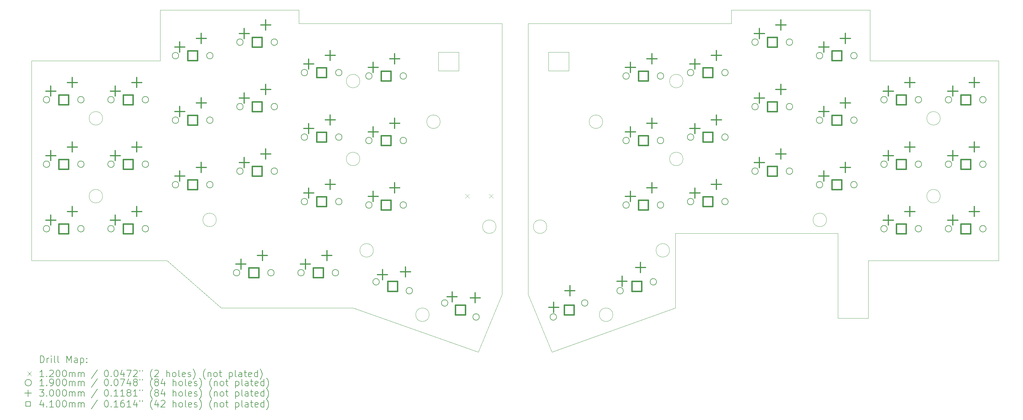
<source format=gbr>
%TF.GenerationSoftware,KiCad,Pcbnew,8.0.3*%
%TF.CreationDate,2024-12-16T20:24:47+09:00*%
%TF.ProjectId,manjaro_mx,6d616e6a-6172-46f5-9f6d-782e6b696361,rev?*%
%TF.SameCoordinates,Original*%
%TF.FileFunction,Drillmap*%
%TF.FilePolarity,Positive*%
%FSLAX45Y45*%
G04 Gerber Fmt 4.5, Leading zero omitted, Abs format (unit mm)*
G04 Created by KiCad (PCBNEW 8.0.3) date 2024-12-16 20:24:47*
%MOMM*%
%LPD*%
G01*
G04 APERTURE LIST*
%ADD10C,0.050000*%
%ADD11C,0.200000*%
%ADD12C,0.120000*%
%ADD13C,0.190000*%
%ADD14C,0.300000*%
%ADD15C,0.410000*%
G04 APERTURE END LIST*
D10*
X23100000Y-11400000D02*
X23100000Y-13600000D01*
X19450000Y-14900000D02*
X18750000Y-13200000D01*
X24750000Y-5200000D02*
X24750000Y-4800000D01*
X6175000Y-8000000D02*
G75*
G02*
X5775000Y-8000000I-200000J0D01*
G01*
X5775000Y-8000000D02*
G75*
G02*
X6175000Y-8000000I200000J0D01*
G01*
X11975000Y-5200000D02*
X11975000Y-4800000D01*
X28800000Y-12200000D02*
X28800000Y-13900000D01*
X11975000Y-5200000D02*
X17975000Y-5200000D01*
X30925000Y-8000000D02*
G75*
G02*
X30525000Y-8000000I-200000J0D01*
G01*
X30525000Y-8000000D02*
G75*
G02*
X30925000Y-8000000I200000J0D01*
G01*
X4075000Y-12200000D02*
X4075000Y-6300000D01*
X23325000Y-6900000D02*
G75*
G02*
X22925000Y-6900000I-200000J0D01*
G01*
X22925000Y-6900000D02*
G75*
G02*
X23325000Y-6900000I200000J0D01*
G01*
X17975000Y-5200000D02*
X17975000Y-13200000D01*
X28850000Y-6300000D02*
X32650000Y-6300000D01*
X23325000Y-9200000D02*
G75*
G02*
X22925000Y-9200000I-200000J0D01*
G01*
X22925000Y-9200000D02*
G75*
G02*
X23325000Y-9200000I200000J0D01*
G01*
X11975000Y-4800000D02*
X7875000Y-4800000D01*
X17800000Y-11200000D02*
G75*
G02*
X17400000Y-11200000I-200000J0D01*
G01*
X17400000Y-11200000D02*
G75*
G02*
X17800000Y-11200000I200000J0D01*
G01*
X32650000Y-6300000D02*
X32650000Y-12200000D01*
X21250000Y-13800000D02*
G75*
G02*
X20850000Y-13800000I-200000J0D01*
G01*
X20850000Y-13800000D02*
G75*
G02*
X21250000Y-13800000I200000J0D01*
G01*
X4075000Y-6300000D02*
X7875000Y-6300000D01*
X28850000Y-4800000D02*
X28850000Y-6300000D01*
X18750000Y-13200000D02*
X18750000Y-5200000D01*
X14175000Y-11900000D02*
G75*
G02*
X13775000Y-11900000I-200000J0D01*
G01*
X13775000Y-11900000D02*
G75*
G02*
X14175000Y-11900000I200000J0D01*
G01*
X30925000Y-10300000D02*
G75*
G02*
X30525000Y-10300000I-200000J0D01*
G01*
X30525000Y-10300000D02*
G75*
G02*
X30925000Y-10300000I200000J0D01*
G01*
X13775000Y-9200000D02*
G75*
G02*
X13375000Y-9200000I-200000J0D01*
G01*
X13375000Y-9200000D02*
G75*
G02*
X13775000Y-9200000I200000J0D01*
G01*
X19350000Y-6050000D02*
X19950000Y-6050000D01*
X19950000Y-6600000D01*
X19350000Y-6600000D01*
X19350000Y-6050000D01*
X9535000Y-11000000D02*
G75*
G02*
X9135000Y-11000000I-200000J0D01*
G01*
X9135000Y-11000000D02*
G75*
G02*
X9535000Y-11000000I200000J0D01*
G01*
X13775000Y-6900000D02*
G75*
G02*
X13375000Y-6900000I-200000J0D01*
G01*
X13375000Y-6900000D02*
G75*
G02*
X13775000Y-6900000I200000J0D01*
G01*
X32650000Y-12200000D02*
X28800000Y-12200000D01*
X18750000Y-5200000D02*
X24750000Y-5200000D01*
X27900000Y-13900000D02*
X27900000Y-11400000D01*
X6175000Y-10300000D02*
G75*
G02*
X5775000Y-10300000I-200000J0D01*
G01*
X5775000Y-10300000D02*
G75*
G02*
X6175000Y-10300000I200000J0D01*
G01*
X8075000Y-12200000D02*
X9675000Y-13600000D01*
X27565000Y-11000000D02*
G75*
G02*
X27165000Y-11000000I-200000J0D01*
G01*
X27165000Y-11000000D02*
G75*
G02*
X27565000Y-11000000I200000J0D01*
G01*
X4075000Y-12200000D02*
X8075000Y-12200000D01*
X27900000Y-11400000D02*
X23100000Y-11400000D01*
X7875000Y-4800000D02*
X7875000Y-6300000D01*
X13575000Y-13600000D02*
X17275000Y-14900000D01*
X20950000Y-8100000D02*
G75*
G02*
X20550000Y-8100000I-200000J0D01*
G01*
X20550000Y-8100000D02*
G75*
G02*
X20950000Y-8100000I200000J0D01*
G01*
X9675000Y-13600000D02*
X13575000Y-13600000D01*
X17275000Y-14900000D02*
X17975000Y-13200000D01*
X23100000Y-13600000D02*
X19450000Y-14900000D01*
X24750000Y-4800000D02*
X28850000Y-4800000D01*
X15825000Y-13800000D02*
G75*
G02*
X15425000Y-13800000I-200000J0D01*
G01*
X15425000Y-13800000D02*
G75*
G02*
X15825000Y-13800000I200000J0D01*
G01*
X28800000Y-13900000D02*
X27900000Y-13900000D01*
X16100000Y-6050000D02*
X16700000Y-6050000D01*
X16700000Y-6600000D01*
X16100000Y-6600000D01*
X16100000Y-6050000D01*
X19300000Y-11200000D02*
G75*
G02*
X18900000Y-11200000I-200000J0D01*
G01*
X18900000Y-11200000D02*
G75*
G02*
X19300000Y-11200000I200000J0D01*
G01*
X22925000Y-11900000D02*
G75*
G02*
X22525000Y-11900000I-200000J0D01*
G01*
X22525000Y-11900000D02*
G75*
G02*
X22925000Y-11900000I200000J0D01*
G01*
X16150000Y-8100000D02*
G75*
G02*
X15750000Y-8100000I-200000J0D01*
G01*
X15750000Y-8100000D02*
G75*
G02*
X16150000Y-8100000I200000J0D01*
G01*
D11*
D12*
X16895000Y-10235000D02*
X17015000Y-10355000D01*
X17015000Y-10235000D02*
X16895000Y-10355000D01*
X17595000Y-10235000D02*
X17715000Y-10355000D01*
X17715000Y-10235000D02*
X17595000Y-10355000D01*
D13*
X4612000Y-7450000D02*
G75*
G02*
X4422000Y-7450000I-95000J0D01*
G01*
X4422000Y-7450000D02*
G75*
G02*
X4612000Y-7450000I95000J0D01*
G01*
X4612000Y-9355000D02*
G75*
G02*
X4422000Y-9355000I-95000J0D01*
G01*
X4422000Y-9355000D02*
G75*
G02*
X4612000Y-9355000I95000J0D01*
G01*
X4612000Y-11260000D02*
G75*
G02*
X4422000Y-11260000I-95000J0D01*
G01*
X4422000Y-11260000D02*
G75*
G02*
X4612000Y-11260000I95000J0D01*
G01*
X5628000Y-7450000D02*
G75*
G02*
X5438000Y-7450000I-95000J0D01*
G01*
X5438000Y-7450000D02*
G75*
G02*
X5628000Y-7450000I95000J0D01*
G01*
X5628000Y-9355000D02*
G75*
G02*
X5438000Y-9355000I-95000J0D01*
G01*
X5438000Y-9355000D02*
G75*
G02*
X5628000Y-9355000I95000J0D01*
G01*
X5628000Y-11260000D02*
G75*
G02*
X5438000Y-11260000I-95000J0D01*
G01*
X5438000Y-11260000D02*
G75*
G02*
X5628000Y-11260000I95000J0D01*
G01*
X6517000Y-7450000D02*
G75*
G02*
X6327000Y-7450000I-95000J0D01*
G01*
X6327000Y-7450000D02*
G75*
G02*
X6517000Y-7450000I95000J0D01*
G01*
X6517000Y-9355000D02*
G75*
G02*
X6327000Y-9355000I-95000J0D01*
G01*
X6327000Y-9355000D02*
G75*
G02*
X6517000Y-9355000I95000J0D01*
G01*
X6517000Y-11260000D02*
G75*
G02*
X6327000Y-11260000I-95000J0D01*
G01*
X6327000Y-11260000D02*
G75*
G02*
X6517000Y-11260000I95000J0D01*
G01*
X7533000Y-7450000D02*
G75*
G02*
X7343000Y-7450000I-95000J0D01*
G01*
X7343000Y-7450000D02*
G75*
G02*
X7533000Y-7450000I95000J0D01*
G01*
X7533000Y-9355000D02*
G75*
G02*
X7343000Y-9355000I-95000J0D01*
G01*
X7343000Y-9355000D02*
G75*
G02*
X7533000Y-9355000I95000J0D01*
G01*
X7533000Y-11260000D02*
G75*
G02*
X7343000Y-11260000I-95000J0D01*
G01*
X7343000Y-11260000D02*
G75*
G02*
X7533000Y-11260000I95000J0D01*
G01*
X8422000Y-6150000D02*
G75*
G02*
X8232000Y-6150000I-95000J0D01*
G01*
X8232000Y-6150000D02*
G75*
G02*
X8422000Y-6150000I95000J0D01*
G01*
X8422000Y-8055000D02*
G75*
G02*
X8232000Y-8055000I-95000J0D01*
G01*
X8232000Y-8055000D02*
G75*
G02*
X8422000Y-8055000I95000J0D01*
G01*
X8422000Y-9960000D02*
G75*
G02*
X8232000Y-9960000I-95000J0D01*
G01*
X8232000Y-9960000D02*
G75*
G02*
X8422000Y-9960000I95000J0D01*
G01*
X9438000Y-6150000D02*
G75*
G02*
X9248000Y-6150000I-95000J0D01*
G01*
X9248000Y-6150000D02*
G75*
G02*
X9438000Y-6150000I95000J0D01*
G01*
X9438000Y-8055000D02*
G75*
G02*
X9248000Y-8055000I-95000J0D01*
G01*
X9248000Y-8055000D02*
G75*
G02*
X9438000Y-8055000I95000J0D01*
G01*
X9438000Y-9960000D02*
G75*
G02*
X9248000Y-9960000I-95000J0D01*
G01*
X9248000Y-9960000D02*
G75*
G02*
X9438000Y-9960000I95000J0D01*
G01*
X10227000Y-12560000D02*
G75*
G02*
X10037000Y-12560000I-95000J0D01*
G01*
X10037000Y-12560000D02*
G75*
G02*
X10227000Y-12560000I95000J0D01*
G01*
X10327000Y-5750000D02*
G75*
G02*
X10137000Y-5750000I-95000J0D01*
G01*
X10137000Y-5750000D02*
G75*
G02*
X10327000Y-5750000I95000J0D01*
G01*
X10327000Y-7655000D02*
G75*
G02*
X10137000Y-7655000I-95000J0D01*
G01*
X10137000Y-7655000D02*
G75*
G02*
X10327000Y-7655000I95000J0D01*
G01*
X10327000Y-9560000D02*
G75*
G02*
X10137000Y-9560000I-95000J0D01*
G01*
X10137000Y-9560000D02*
G75*
G02*
X10327000Y-9560000I95000J0D01*
G01*
X11243000Y-12560000D02*
G75*
G02*
X11053000Y-12560000I-95000J0D01*
G01*
X11053000Y-12560000D02*
G75*
G02*
X11243000Y-12560000I95000J0D01*
G01*
X11343000Y-5750000D02*
G75*
G02*
X11153000Y-5750000I-95000J0D01*
G01*
X11153000Y-5750000D02*
G75*
G02*
X11343000Y-5750000I95000J0D01*
G01*
X11343000Y-7655000D02*
G75*
G02*
X11153000Y-7655000I-95000J0D01*
G01*
X11153000Y-7655000D02*
G75*
G02*
X11343000Y-7655000I95000J0D01*
G01*
X11343000Y-9560000D02*
G75*
G02*
X11153000Y-9560000I-95000J0D01*
G01*
X11153000Y-9560000D02*
G75*
G02*
X11343000Y-9560000I95000J0D01*
G01*
X12132000Y-12560000D02*
G75*
G02*
X11942000Y-12560000I-95000J0D01*
G01*
X11942000Y-12560000D02*
G75*
G02*
X12132000Y-12560000I95000J0D01*
G01*
X12232000Y-6650000D02*
G75*
G02*
X12042000Y-6650000I-95000J0D01*
G01*
X12042000Y-6650000D02*
G75*
G02*
X12232000Y-6650000I95000J0D01*
G01*
X12232000Y-8555000D02*
G75*
G02*
X12042000Y-8555000I-95000J0D01*
G01*
X12042000Y-8555000D02*
G75*
G02*
X12232000Y-8555000I95000J0D01*
G01*
X12232000Y-10460000D02*
G75*
G02*
X12042000Y-10460000I-95000J0D01*
G01*
X12042000Y-10460000D02*
G75*
G02*
X12232000Y-10460000I95000J0D01*
G01*
X13148000Y-12560000D02*
G75*
G02*
X12958000Y-12560000I-95000J0D01*
G01*
X12958000Y-12560000D02*
G75*
G02*
X13148000Y-12560000I95000J0D01*
G01*
X13248000Y-6650000D02*
G75*
G02*
X13058000Y-6650000I-95000J0D01*
G01*
X13058000Y-6650000D02*
G75*
G02*
X13248000Y-6650000I95000J0D01*
G01*
X13248000Y-8555000D02*
G75*
G02*
X13058000Y-8555000I-95000J0D01*
G01*
X13058000Y-8555000D02*
G75*
G02*
X13248000Y-8555000I95000J0D01*
G01*
X13248000Y-10460000D02*
G75*
G02*
X13058000Y-10460000I-95000J0D01*
G01*
X13058000Y-10460000D02*
G75*
G02*
X13248000Y-10460000I95000J0D01*
G01*
X14137000Y-6750000D02*
G75*
G02*
X13947000Y-6750000I-95000J0D01*
G01*
X13947000Y-6750000D02*
G75*
G02*
X14137000Y-6750000I95000J0D01*
G01*
X14137000Y-8655000D02*
G75*
G02*
X13947000Y-8655000I-95000J0D01*
G01*
X13947000Y-8655000D02*
G75*
G02*
X14137000Y-8655000I95000J0D01*
G01*
X14137000Y-10560000D02*
G75*
G02*
X13947000Y-10560000I-95000J0D01*
G01*
X13947000Y-10560000D02*
G75*
G02*
X14137000Y-10560000I95000J0D01*
G01*
X14349310Y-12828520D02*
G75*
G02*
X14159310Y-12828520I-95000J0D01*
G01*
X14159310Y-12828520D02*
G75*
G02*
X14349310Y-12828520I95000J0D01*
G01*
X15153000Y-6750000D02*
G75*
G02*
X14963000Y-6750000I-95000J0D01*
G01*
X14963000Y-6750000D02*
G75*
G02*
X15153000Y-6750000I95000J0D01*
G01*
X15153000Y-8655000D02*
G75*
G02*
X14963000Y-8655000I-95000J0D01*
G01*
X14963000Y-8655000D02*
G75*
G02*
X15153000Y-8655000I95000J0D01*
G01*
X15153000Y-10560000D02*
G75*
G02*
X14963000Y-10560000I-95000J0D01*
G01*
X14963000Y-10560000D02*
G75*
G02*
X15153000Y-10560000I95000J0D01*
G01*
X15330690Y-13091480D02*
G75*
G02*
X15140690Y-13091480I-95000J0D01*
G01*
X15140690Y-13091480D02*
G75*
G02*
X15330690Y-13091480I95000J0D01*
G01*
X16375919Y-13453378D02*
G75*
G02*
X16185919Y-13453378I-95000J0D01*
G01*
X16185919Y-13453378D02*
G75*
G02*
X16375919Y-13453378I95000J0D01*
G01*
X17304081Y-13866622D02*
G75*
G02*
X17114081Y-13866622I-95000J0D01*
G01*
X17114081Y-13866622D02*
G75*
G02*
X17304081Y-13866622I95000J0D01*
G01*
X19585923Y-13866630D02*
G75*
G02*
X19395923Y-13866630I-95000J0D01*
G01*
X19395923Y-13866630D02*
G75*
G02*
X19585923Y-13866630I95000J0D01*
G01*
X20514078Y-13453370D02*
G75*
G02*
X20324078Y-13453370I-95000J0D01*
G01*
X20324078Y-13453370D02*
G75*
G02*
X20514078Y-13453370I95000J0D01*
G01*
X21559310Y-13091480D02*
G75*
G02*
X21369310Y-13091480I-95000J0D01*
G01*
X21369310Y-13091480D02*
G75*
G02*
X21559310Y-13091480I95000J0D01*
G01*
X21737000Y-6750000D02*
G75*
G02*
X21547000Y-6750000I-95000J0D01*
G01*
X21547000Y-6750000D02*
G75*
G02*
X21737000Y-6750000I95000J0D01*
G01*
X21737000Y-8655000D02*
G75*
G02*
X21547000Y-8655000I-95000J0D01*
G01*
X21547000Y-8655000D02*
G75*
G02*
X21737000Y-8655000I95000J0D01*
G01*
X21737000Y-10560000D02*
G75*
G02*
X21547000Y-10560000I-95000J0D01*
G01*
X21547000Y-10560000D02*
G75*
G02*
X21737000Y-10560000I95000J0D01*
G01*
X22540690Y-12828520D02*
G75*
G02*
X22350690Y-12828520I-95000J0D01*
G01*
X22350690Y-12828520D02*
G75*
G02*
X22540690Y-12828520I95000J0D01*
G01*
X22753000Y-6750000D02*
G75*
G02*
X22563000Y-6750000I-95000J0D01*
G01*
X22563000Y-6750000D02*
G75*
G02*
X22753000Y-6750000I95000J0D01*
G01*
X22753000Y-8655000D02*
G75*
G02*
X22563000Y-8655000I-95000J0D01*
G01*
X22563000Y-8655000D02*
G75*
G02*
X22753000Y-8655000I95000J0D01*
G01*
X22753000Y-10560000D02*
G75*
G02*
X22563000Y-10560000I-95000J0D01*
G01*
X22563000Y-10560000D02*
G75*
G02*
X22753000Y-10560000I95000J0D01*
G01*
X23642000Y-6650000D02*
G75*
G02*
X23452000Y-6650000I-95000J0D01*
G01*
X23452000Y-6650000D02*
G75*
G02*
X23642000Y-6650000I95000J0D01*
G01*
X23642000Y-8555000D02*
G75*
G02*
X23452000Y-8555000I-95000J0D01*
G01*
X23452000Y-8555000D02*
G75*
G02*
X23642000Y-8555000I95000J0D01*
G01*
X23642000Y-10460000D02*
G75*
G02*
X23452000Y-10460000I-95000J0D01*
G01*
X23452000Y-10460000D02*
G75*
G02*
X23642000Y-10460000I95000J0D01*
G01*
X24658000Y-6650000D02*
G75*
G02*
X24468000Y-6650000I-95000J0D01*
G01*
X24468000Y-6650000D02*
G75*
G02*
X24658000Y-6650000I95000J0D01*
G01*
X24658000Y-8555000D02*
G75*
G02*
X24468000Y-8555000I-95000J0D01*
G01*
X24468000Y-8555000D02*
G75*
G02*
X24658000Y-8555000I95000J0D01*
G01*
X24658000Y-10460000D02*
G75*
G02*
X24468000Y-10460000I-95000J0D01*
G01*
X24468000Y-10460000D02*
G75*
G02*
X24658000Y-10460000I95000J0D01*
G01*
X25547000Y-5750000D02*
G75*
G02*
X25357000Y-5750000I-95000J0D01*
G01*
X25357000Y-5750000D02*
G75*
G02*
X25547000Y-5750000I95000J0D01*
G01*
X25547000Y-7655000D02*
G75*
G02*
X25357000Y-7655000I-95000J0D01*
G01*
X25357000Y-7655000D02*
G75*
G02*
X25547000Y-7655000I95000J0D01*
G01*
X25547000Y-9560000D02*
G75*
G02*
X25357000Y-9560000I-95000J0D01*
G01*
X25357000Y-9560000D02*
G75*
G02*
X25547000Y-9560000I95000J0D01*
G01*
X26563000Y-5750000D02*
G75*
G02*
X26373000Y-5750000I-95000J0D01*
G01*
X26373000Y-5750000D02*
G75*
G02*
X26563000Y-5750000I95000J0D01*
G01*
X26563000Y-7655000D02*
G75*
G02*
X26373000Y-7655000I-95000J0D01*
G01*
X26373000Y-7655000D02*
G75*
G02*
X26563000Y-7655000I95000J0D01*
G01*
X26563000Y-9560000D02*
G75*
G02*
X26373000Y-9560000I-95000J0D01*
G01*
X26373000Y-9560000D02*
G75*
G02*
X26563000Y-9560000I95000J0D01*
G01*
X27452000Y-6150000D02*
G75*
G02*
X27262000Y-6150000I-95000J0D01*
G01*
X27262000Y-6150000D02*
G75*
G02*
X27452000Y-6150000I95000J0D01*
G01*
X27452000Y-8055000D02*
G75*
G02*
X27262000Y-8055000I-95000J0D01*
G01*
X27262000Y-8055000D02*
G75*
G02*
X27452000Y-8055000I95000J0D01*
G01*
X27452000Y-9960000D02*
G75*
G02*
X27262000Y-9960000I-95000J0D01*
G01*
X27262000Y-9960000D02*
G75*
G02*
X27452000Y-9960000I95000J0D01*
G01*
X28468000Y-6150000D02*
G75*
G02*
X28278000Y-6150000I-95000J0D01*
G01*
X28278000Y-6150000D02*
G75*
G02*
X28468000Y-6150000I95000J0D01*
G01*
X28468000Y-8055000D02*
G75*
G02*
X28278000Y-8055000I-95000J0D01*
G01*
X28278000Y-8055000D02*
G75*
G02*
X28468000Y-8055000I95000J0D01*
G01*
X28468000Y-9960000D02*
G75*
G02*
X28278000Y-9960000I-95000J0D01*
G01*
X28278000Y-9960000D02*
G75*
G02*
X28468000Y-9960000I95000J0D01*
G01*
X29357000Y-7450000D02*
G75*
G02*
X29167000Y-7450000I-95000J0D01*
G01*
X29167000Y-7450000D02*
G75*
G02*
X29357000Y-7450000I95000J0D01*
G01*
X29357000Y-9355000D02*
G75*
G02*
X29167000Y-9355000I-95000J0D01*
G01*
X29167000Y-9355000D02*
G75*
G02*
X29357000Y-9355000I95000J0D01*
G01*
X29357000Y-11260000D02*
G75*
G02*
X29167000Y-11260000I-95000J0D01*
G01*
X29167000Y-11260000D02*
G75*
G02*
X29357000Y-11260000I95000J0D01*
G01*
X30373000Y-7450000D02*
G75*
G02*
X30183000Y-7450000I-95000J0D01*
G01*
X30183000Y-7450000D02*
G75*
G02*
X30373000Y-7450000I95000J0D01*
G01*
X30373000Y-9355000D02*
G75*
G02*
X30183000Y-9355000I-95000J0D01*
G01*
X30183000Y-9355000D02*
G75*
G02*
X30373000Y-9355000I95000J0D01*
G01*
X30373000Y-11260000D02*
G75*
G02*
X30183000Y-11260000I-95000J0D01*
G01*
X30183000Y-11260000D02*
G75*
G02*
X30373000Y-11260000I95000J0D01*
G01*
X31262000Y-7450000D02*
G75*
G02*
X31072000Y-7450000I-95000J0D01*
G01*
X31072000Y-7450000D02*
G75*
G02*
X31262000Y-7450000I95000J0D01*
G01*
X31262000Y-9355000D02*
G75*
G02*
X31072000Y-9355000I-95000J0D01*
G01*
X31072000Y-9355000D02*
G75*
G02*
X31262000Y-9355000I95000J0D01*
G01*
X31262000Y-11260000D02*
G75*
G02*
X31072000Y-11260000I-95000J0D01*
G01*
X31072000Y-11260000D02*
G75*
G02*
X31262000Y-11260000I95000J0D01*
G01*
X32278000Y-7450000D02*
G75*
G02*
X32088000Y-7450000I-95000J0D01*
G01*
X32088000Y-7450000D02*
G75*
G02*
X32278000Y-7450000I95000J0D01*
G01*
X32278000Y-9355000D02*
G75*
G02*
X32088000Y-9355000I-95000J0D01*
G01*
X32088000Y-9355000D02*
G75*
G02*
X32278000Y-9355000I95000J0D01*
G01*
X32278000Y-11260000D02*
G75*
G02*
X32088000Y-11260000I-95000J0D01*
G01*
X32088000Y-11260000D02*
G75*
G02*
X32278000Y-11260000I95000J0D01*
G01*
D14*
X4644000Y-7046000D02*
X4644000Y-7346000D01*
X4494000Y-7196000D02*
X4794000Y-7196000D01*
X4644000Y-8951000D02*
X4644000Y-9251000D01*
X4494000Y-9101000D02*
X4794000Y-9101000D01*
X4644000Y-10856000D02*
X4644000Y-11156000D01*
X4494000Y-11006000D02*
X4794000Y-11006000D01*
X5279000Y-6792000D02*
X5279000Y-7092000D01*
X5129000Y-6942000D02*
X5429000Y-6942000D01*
X5279000Y-8697000D02*
X5279000Y-8997000D01*
X5129000Y-8847000D02*
X5429000Y-8847000D01*
X5279000Y-10602000D02*
X5279000Y-10902000D01*
X5129000Y-10752000D02*
X5429000Y-10752000D01*
X6549000Y-7046000D02*
X6549000Y-7346000D01*
X6399000Y-7196000D02*
X6699000Y-7196000D01*
X6549000Y-8951000D02*
X6549000Y-9251000D01*
X6399000Y-9101000D02*
X6699000Y-9101000D01*
X6549000Y-10856000D02*
X6549000Y-11156000D01*
X6399000Y-11006000D02*
X6699000Y-11006000D01*
X7184000Y-6792000D02*
X7184000Y-7092000D01*
X7034000Y-6942000D02*
X7334000Y-6942000D01*
X7184000Y-8697000D02*
X7184000Y-8997000D01*
X7034000Y-8847000D02*
X7334000Y-8847000D01*
X7184000Y-10602000D02*
X7184000Y-10902000D01*
X7034000Y-10752000D02*
X7334000Y-10752000D01*
X8454000Y-5746000D02*
X8454000Y-6046000D01*
X8304000Y-5896000D02*
X8604000Y-5896000D01*
X8454000Y-7651000D02*
X8454000Y-7951000D01*
X8304000Y-7801000D02*
X8604000Y-7801000D01*
X8454000Y-9556000D02*
X8454000Y-9856000D01*
X8304000Y-9706000D02*
X8604000Y-9706000D01*
X9089000Y-5492000D02*
X9089000Y-5792000D01*
X8939000Y-5642000D02*
X9239000Y-5642000D01*
X9089000Y-7397000D02*
X9089000Y-7697000D01*
X8939000Y-7547000D02*
X9239000Y-7547000D01*
X9089000Y-9302000D02*
X9089000Y-9602000D01*
X8939000Y-9452000D02*
X9239000Y-9452000D01*
X10259000Y-12156000D02*
X10259000Y-12456000D01*
X10109000Y-12306000D02*
X10409000Y-12306000D01*
X10359000Y-5346000D02*
X10359000Y-5646000D01*
X10209000Y-5496000D02*
X10509000Y-5496000D01*
X10359000Y-7251000D02*
X10359000Y-7551000D01*
X10209000Y-7401000D02*
X10509000Y-7401000D01*
X10359000Y-9156000D02*
X10359000Y-9456000D01*
X10209000Y-9306000D02*
X10509000Y-9306000D01*
X10894000Y-11902000D02*
X10894000Y-12202000D01*
X10744000Y-12052000D02*
X11044000Y-12052000D01*
X10994000Y-5092000D02*
X10994000Y-5392000D01*
X10844000Y-5242000D02*
X11144000Y-5242000D01*
X10994000Y-6997000D02*
X10994000Y-7297000D01*
X10844000Y-7147000D02*
X11144000Y-7147000D01*
X10994000Y-8902000D02*
X10994000Y-9202000D01*
X10844000Y-9052000D02*
X11144000Y-9052000D01*
X12164000Y-12156000D02*
X12164000Y-12456000D01*
X12014000Y-12306000D02*
X12314000Y-12306000D01*
X12264000Y-6246000D02*
X12264000Y-6546000D01*
X12114000Y-6396000D02*
X12414000Y-6396000D01*
X12264000Y-8151000D02*
X12264000Y-8451000D01*
X12114000Y-8301000D02*
X12414000Y-8301000D01*
X12264000Y-10056000D02*
X12264000Y-10356000D01*
X12114000Y-10206000D02*
X12414000Y-10206000D01*
X12799000Y-11902000D02*
X12799000Y-12202000D01*
X12649000Y-12052000D02*
X12949000Y-12052000D01*
X12899000Y-5992000D02*
X12899000Y-6292000D01*
X12749000Y-6142000D02*
X13049000Y-6142000D01*
X12899000Y-7897000D02*
X12899000Y-8197000D01*
X12749000Y-8047000D02*
X13049000Y-8047000D01*
X12899000Y-9802000D02*
X12899000Y-10102000D01*
X12749000Y-9952000D02*
X13049000Y-9952000D01*
X14169000Y-6346000D02*
X14169000Y-6646000D01*
X14019000Y-6496000D02*
X14319000Y-6496000D01*
X14169000Y-8251000D02*
X14169000Y-8551000D01*
X14019000Y-8401000D02*
X14319000Y-8401000D01*
X14169000Y-10156000D02*
X14169000Y-10456000D01*
X14019000Y-10306000D02*
X14319000Y-10306000D01*
X14442722Y-12466045D02*
X14442722Y-12766045D01*
X14292722Y-12616045D02*
X14592722Y-12616045D01*
X14804000Y-6092000D02*
X14804000Y-6392000D01*
X14654000Y-6242000D02*
X14954000Y-6242000D01*
X14804000Y-7997000D02*
X14804000Y-8297000D01*
X14654000Y-8147000D02*
X14954000Y-8147000D01*
X14804000Y-9902000D02*
X14804000Y-10202000D01*
X14654000Y-10052000D02*
X14954000Y-10052000D01*
X15121825Y-12385050D02*
X15121825Y-12685050D01*
X14971825Y-12535050D02*
X15271825Y-12535050D01*
X16500250Y-13122993D02*
X16500250Y-13422993D01*
X16350250Y-13272993D02*
X16650250Y-13272993D01*
X17183663Y-13149230D02*
X17183663Y-13449230D01*
X17033663Y-13299230D02*
X17333663Y-13299230D01*
X19503627Y-13432934D02*
X19503627Y-13732934D01*
X19353627Y-13582934D02*
X19653627Y-13582934D01*
X19980408Y-12942607D02*
X19980408Y-13242607D01*
X19830408Y-13092607D02*
X20130408Y-13092607D01*
X21521242Y-12663265D02*
X21521242Y-12963265D01*
X21371242Y-12813265D02*
X21671242Y-12813265D01*
X21769000Y-6346000D02*
X21769000Y-6646000D01*
X21619000Y-6496000D02*
X21919000Y-6496000D01*
X21769000Y-8251000D02*
X21769000Y-8551000D01*
X21619000Y-8401000D02*
X21919000Y-8401000D01*
X21769000Y-10156000D02*
X21769000Y-10456000D01*
X21619000Y-10306000D02*
X21919000Y-10306000D01*
X22068865Y-12253570D02*
X22068865Y-12553570D01*
X21918865Y-12403570D02*
X22218865Y-12403570D01*
X22404000Y-6092000D02*
X22404000Y-6392000D01*
X22254000Y-6242000D02*
X22554000Y-6242000D01*
X22404000Y-7997000D02*
X22404000Y-8297000D01*
X22254000Y-8147000D02*
X22554000Y-8147000D01*
X22404000Y-9902000D02*
X22404000Y-10202000D01*
X22254000Y-10052000D02*
X22554000Y-10052000D01*
X23674000Y-6246000D02*
X23674000Y-6546000D01*
X23524000Y-6396000D02*
X23824000Y-6396000D01*
X23674000Y-8151000D02*
X23674000Y-8451000D01*
X23524000Y-8301000D02*
X23824000Y-8301000D01*
X23674000Y-10056000D02*
X23674000Y-10356000D01*
X23524000Y-10206000D02*
X23824000Y-10206000D01*
X24309000Y-5992000D02*
X24309000Y-6292000D01*
X24159000Y-6142000D02*
X24459000Y-6142000D01*
X24309000Y-7897000D02*
X24309000Y-8197000D01*
X24159000Y-8047000D02*
X24459000Y-8047000D01*
X24309000Y-9802000D02*
X24309000Y-10102000D01*
X24159000Y-9952000D02*
X24459000Y-9952000D01*
X25579000Y-5346000D02*
X25579000Y-5646000D01*
X25429000Y-5496000D02*
X25729000Y-5496000D01*
X25579000Y-7251000D02*
X25579000Y-7551000D01*
X25429000Y-7401000D02*
X25729000Y-7401000D01*
X25579000Y-9156000D02*
X25579000Y-9456000D01*
X25429000Y-9306000D02*
X25729000Y-9306000D01*
X26214000Y-5092000D02*
X26214000Y-5392000D01*
X26064000Y-5242000D02*
X26364000Y-5242000D01*
X26214000Y-6997000D02*
X26214000Y-7297000D01*
X26064000Y-7147000D02*
X26364000Y-7147000D01*
X26214000Y-8902000D02*
X26214000Y-9202000D01*
X26064000Y-9052000D02*
X26364000Y-9052000D01*
X27484000Y-5746000D02*
X27484000Y-6046000D01*
X27334000Y-5896000D02*
X27634000Y-5896000D01*
X27484000Y-7651000D02*
X27484000Y-7951000D01*
X27334000Y-7801000D02*
X27634000Y-7801000D01*
X27484000Y-9556000D02*
X27484000Y-9856000D01*
X27334000Y-9706000D02*
X27634000Y-9706000D01*
X28119000Y-5492000D02*
X28119000Y-5792000D01*
X27969000Y-5642000D02*
X28269000Y-5642000D01*
X28119000Y-7397000D02*
X28119000Y-7697000D01*
X27969000Y-7547000D02*
X28269000Y-7547000D01*
X28119000Y-9302000D02*
X28119000Y-9602000D01*
X27969000Y-9452000D02*
X28269000Y-9452000D01*
X29389000Y-7046000D02*
X29389000Y-7346000D01*
X29239000Y-7196000D02*
X29539000Y-7196000D01*
X29389000Y-8951000D02*
X29389000Y-9251000D01*
X29239000Y-9101000D02*
X29539000Y-9101000D01*
X29389000Y-10856000D02*
X29389000Y-11156000D01*
X29239000Y-11006000D02*
X29539000Y-11006000D01*
X30024000Y-6792000D02*
X30024000Y-7092000D01*
X29874000Y-6942000D02*
X30174000Y-6942000D01*
X30024000Y-8697000D02*
X30024000Y-8997000D01*
X29874000Y-8847000D02*
X30174000Y-8847000D01*
X30024000Y-10602000D02*
X30024000Y-10902000D01*
X29874000Y-10752000D02*
X30174000Y-10752000D01*
X31294000Y-7046000D02*
X31294000Y-7346000D01*
X31144000Y-7196000D02*
X31444000Y-7196000D01*
X31294000Y-8951000D02*
X31294000Y-9251000D01*
X31144000Y-9101000D02*
X31444000Y-9101000D01*
X31294000Y-10856000D02*
X31294000Y-11156000D01*
X31144000Y-11006000D02*
X31444000Y-11006000D01*
X31929000Y-6792000D02*
X31929000Y-7092000D01*
X31779000Y-6942000D02*
X32079000Y-6942000D01*
X31929000Y-8697000D02*
X31929000Y-8997000D01*
X31779000Y-8847000D02*
X32079000Y-8847000D01*
X31929000Y-10602000D02*
X31929000Y-10902000D01*
X31779000Y-10752000D02*
X32079000Y-10752000D01*
D15*
X5169958Y-7594958D02*
X5169958Y-7305042D01*
X4880042Y-7305042D01*
X4880042Y-7594958D01*
X5169958Y-7594958D01*
X5169958Y-9499958D02*
X5169958Y-9210042D01*
X4880042Y-9210042D01*
X4880042Y-9499958D01*
X5169958Y-9499958D01*
X5169958Y-11404958D02*
X5169958Y-11115042D01*
X4880042Y-11115042D01*
X4880042Y-11404958D01*
X5169958Y-11404958D01*
X7074958Y-7594958D02*
X7074958Y-7305042D01*
X6785042Y-7305042D01*
X6785042Y-7594958D01*
X7074958Y-7594958D01*
X7074958Y-9499958D02*
X7074958Y-9210042D01*
X6785042Y-9210042D01*
X6785042Y-9499958D01*
X7074958Y-9499958D01*
X7074958Y-11404958D02*
X7074958Y-11115042D01*
X6785042Y-11115042D01*
X6785042Y-11404958D01*
X7074958Y-11404958D01*
X8979958Y-6294958D02*
X8979958Y-6005042D01*
X8690042Y-6005042D01*
X8690042Y-6294958D01*
X8979958Y-6294958D01*
X8979958Y-8199958D02*
X8979958Y-7910042D01*
X8690042Y-7910042D01*
X8690042Y-8199958D01*
X8979958Y-8199958D01*
X8979958Y-10104958D02*
X8979958Y-9815042D01*
X8690042Y-9815042D01*
X8690042Y-10104958D01*
X8979958Y-10104958D01*
X10784958Y-12704958D02*
X10784958Y-12415042D01*
X10495042Y-12415042D01*
X10495042Y-12704958D01*
X10784958Y-12704958D01*
X10884958Y-5894958D02*
X10884958Y-5605042D01*
X10595042Y-5605042D01*
X10595042Y-5894958D01*
X10884958Y-5894958D01*
X10884958Y-7799958D02*
X10884958Y-7510042D01*
X10595042Y-7510042D01*
X10595042Y-7799958D01*
X10884958Y-7799958D01*
X10884958Y-9704958D02*
X10884958Y-9415042D01*
X10595042Y-9415042D01*
X10595042Y-9704958D01*
X10884958Y-9704958D01*
X12689958Y-12704958D02*
X12689958Y-12415042D01*
X12400042Y-12415042D01*
X12400042Y-12704958D01*
X12689958Y-12704958D01*
X12789958Y-6794958D02*
X12789958Y-6505042D01*
X12500042Y-6505042D01*
X12500042Y-6794958D01*
X12789958Y-6794958D01*
X12789958Y-8699958D02*
X12789958Y-8410042D01*
X12500042Y-8410042D01*
X12500042Y-8699958D01*
X12789958Y-8699958D01*
X12789958Y-10604958D02*
X12789958Y-10315042D01*
X12500042Y-10315042D01*
X12500042Y-10604958D01*
X12789958Y-10604958D01*
X14694958Y-6894958D02*
X14694958Y-6605042D01*
X14405042Y-6605042D01*
X14405042Y-6894958D01*
X14694958Y-6894958D01*
X14694958Y-8799958D02*
X14694958Y-8510042D01*
X14405042Y-8510042D01*
X14405042Y-8799958D01*
X14694958Y-8799958D01*
X14694958Y-10704958D02*
X14694958Y-10415042D01*
X14405042Y-10415042D01*
X14405042Y-10704958D01*
X14694958Y-10704958D01*
X14889958Y-13104958D02*
X14889958Y-12815042D01*
X14600042Y-12815042D01*
X14600042Y-13104958D01*
X14889958Y-13104958D01*
X16889958Y-13804958D02*
X16889958Y-13515042D01*
X16600042Y-13515042D01*
X16600042Y-13804958D01*
X16889958Y-13804958D01*
X20099958Y-13804958D02*
X20099958Y-13515042D01*
X19810042Y-13515042D01*
X19810042Y-13804958D01*
X20099958Y-13804958D01*
X22099958Y-13104958D02*
X22099958Y-12815042D01*
X21810042Y-12815042D01*
X21810042Y-13104958D01*
X22099958Y-13104958D01*
X22294958Y-6894958D02*
X22294958Y-6605042D01*
X22005042Y-6605042D01*
X22005042Y-6894958D01*
X22294958Y-6894958D01*
X22294958Y-8799958D02*
X22294958Y-8510042D01*
X22005042Y-8510042D01*
X22005042Y-8799958D01*
X22294958Y-8799958D01*
X22294958Y-10704958D02*
X22294958Y-10415042D01*
X22005042Y-10415042D01*
X22005042Y-10704958D01*
X22294958Y-10704958D01*
X24199958Y-6794958D02*
X24199958Y-6505042D01*
X23910042Y-6505042D01*
X23910042Y-6794958D01*
X24199958Y-6794958D01*
X24199958Y-8699958D02*
X24199958Y-8410042D01*
X23910042Y-8410042D01*
X23910042Y-8699958D01*
X24199958Y-8699958D01*
X24199958Y-10604958D02*
X24199958Y-10315042D01*
X23910042Y-10315042D01*
X23910042Y-10604958D01*
X24199958Y-10604958D01*
X26104958Y-5894958D02*
X26104958Y-5605042D01*
X25815042Y-5605042D01*
X25815042Y-5894958D01*
X26104958Y-5894958D01*
X26104958Y-7799958D02*
X26104958Y-7510042D01*
X25815042Y-7510042D01*
X25815042Y-7799958D01*
X26104958Y-7799958D01*
X26104958Y-9704958D02*
X26104958Y-9415042D01*
X25815042Y-9415042D01*
X25815042Y-9704958D01*
X26104958Y-9704958D01*
X28009958Y-6294958D02*
X28009958Y-6005042D01*
X27720042Y-6005042D01*
X27720042Y-6294958D01*
X28009958Y-6294958D01*
X28009958Y-8199958D02*
X28009958Y-7910042D01*
X27720042Y-7910042D01*
X27720042Y-8199958D01*
X28009958Y-8199958D01*
X28009958Y-10104958D02*
X28009958Y-9815042D01*
X27720042Y-9815042D01*
X27720042Y-10104958D01*
X28009958Y-10104958D01*
X29914958Y-7594958D02*
X29914958Y-7305042D01*
X29625042Y-7305042D01*
X29625042Y-7594958D01*
X29914958Y-7594958D01*
X29914958Y-9499958D02*
X29914958Y-9210042D01*
X29625042Y-9210042D01*
X29625042Y-9499958D01*
X29914958Y-9499958D01*
X29914958Y-11404958D02*
X29914958Y-11115042D01*
X29625042Y-11115042D01*
X29625042Y-11404958D01*
X29914958Y-11404958D01*
X31819958Y-7594958D02*
X31819958Y-7305042D01*
X31530042Y-7305042D01*
X31530042Y-7594958D01*
X31819958Y-7594958D01*
X31819958Y-9499958D02*
X31819958Y-9210042D01*
X31530042Y-9210042D01*
X31530042Y-9499958D01*
X31819958Y-9499958D01*
X31819958Y-11404958D02*
X31819958Y-11115042D01*
X31530042Y-11115042D01*
X31530042Y-11404958D01*
X31819958Y-11404958D01*
D11*
X4333277Y-15213984D02*
X4333277Y-15013984D01*
X4333277Y-15013984D02*
X4380896Y-15013984D01*
X4380896Y-15013984D02*
X4409467Y-15023508D01*
X4409467Y-15023508D02*
X4428515Y-15042555D01*
X4428515Y-15042555D02*
X4438039Y-15061603D01*
X4438039Y-15061603D02*
X4447563Y-15099698D01*
X4447563Y-15099698D02*
X4447563Y-15128269D01*
X4447563Y-15128269D02*
X4438039Y-15166365D01*
X4438039Y-15166365D02*
X4428515Y-15185412D01*
X4428515Y-15185412D02*
X4409467Y-15204460D01*
X4409467Y-15204460D02*
X4380896Y-15213984D01*
X4380896Y-15213984D02*
X4333277Y-15213984D01*
X4533277Y-15213984D02*
X4533277Y-15080650D01*
X4533277Y-15118746D02*
X4542801Y-15099698D01*
X4542801Y-15099698D02*
X4552324Y-15090174D01*
X4552324Y-15090174D02*
X4571372Y-15080650D01*
X4571372Y-15080650D02*
X4590420Y-15080650D01*
X4657086Y-15213984D02*
X4657086Y-15080650D01*
X4657086Y-15013984D02*
X4647563Y-15023508D01*
X4647563Y-15023508D02*
X4657086Y-15033031D01*
X4657086Y-15033031D02*
X4666610Y-15023508D01*
X4666610Y-15023508D02*
X4657086Y-15013984D01*
X4657086Y-15013984D02*
X4657086Y-15033031D01*
X4780896Y-15213984D02*
X4761848Y-15204460D01*
X4761848Y-15204460D02*
X4752324Y-15185412D01*
X4752324Y-15185412D02*
X4752324Y-15013984D01*
X4885658Y-15213984D02*
X4866610Y-15204460D01*
X4866610Y-15204460D02*
X4857086Y-15185412D01*
X4857086Y-15185412D02*
X4857086Y-15013984D01*
X5114229Y-15213984D02*
X5114229Y-15013984D01*
X5114229Y-15013984D02*
X5180896Y-15156841D01*
X5180896Y-15156841D02*
X5247563Y-15013984D01*
X5247563Y-15013984D02*
X5247563Y-15213984D01*
X5428515Y-15213984D02*
X5428515Y-15109222D01*
X5428515Y-15109222D02*
X5418991Y-15090174D01*
X5418991Y-15090174D02*
X5399944Y-15080650D01*
X5399944Y-15080650D02*
X5361848Y-15080650D01*
X5361848Y-15080650D02*
X5342801Y-15090174D01*
X5428515Y-15204460D02*
X5409467Y-15213984D01*
X5409467Y-15213984D02*
X5361848Y-15213984D01*
X5361848Y-15213984D02*
X5342801Y-15204460D01*
X5342801Y-15204460D02*
X5333277Y-15185412D01*
X5333277Y-15185412D02*
X5333277Y-15166365D01*
X5333277Y-15166365D02*
X5342801Y-15147317D01*
X5342801Y-15147317D02*
X5361848Y-15137793D01*
X5361848Y-15137793D02*
X5409467Y-15137793D01*
X5409467Y-15137793D02*
X5428515Y-15128269D01*
X5523753Y-15080650D02*
X5523753Y-15280650D01*
X5523753Y-15090174D02*
X5542801Y-15080650D01*
X5542801Y-15080650D02*
X5580896Y-15080650D01*
X5580896Y-15080650D02*
X5599943Y-15090174D01*
X5599943Y-15090174D02*
X5609467Y-15099698D01*
X5609467Y-15099698D02*
X5618991Y-15118746D01*
X5618991Y-15118746D02*
X5618991Y-15175888D01*
X5618991Y-15175888D02*
X5609467Y-15194936D01*
X5609467Y-15194936D02*
X5599943Y-15204460D01*
X5599943Y-15204460D02*
X5580896Y-15213984D01*
X5580896Y-15213984D02*
X5542801Y-15213984D01*
X5542801Y-15213984D02*
X5523753Y-15204460D01*
X5704705Y-15194936D02*
X5714229Y-15204460D01*
X5714229Y-15204460D02*
X5704705Y-15213984D01*
X5704705Y-15213984D02*
X5695182Y-15204460D01*
X5695182Y-15204460D02*
X5704705Y-15194936D01*
X5704705Y-15194936D02*
X5704705Y-15213984D01*
X5704705Y-15090174D02*
X5714229Y-15099698D01*
X5714229Y-15099698D02*
X5704705Y-15109222D01*
X5704705Y-15109222D02*
X5695182Y-15099698D01*
X5695182Y-15099698D02*
X5704705Y-15090174D01*
X5704705Y-15090174D02*
X5704705Y-15109222D01*
D12*
X3952500Y-15482500D02*
X4072500Y-15602500D01*
X4072500Y-15482500D02*
X3952500Y-15602500D01*
D11*
X4438039Y-15633984D02*
X4323753Y-15633984D01*
X4380896Y-15633984D02*
X4380896Y-15433984D01*
X4380896Y-15433984D02*
X4361848Y-15462555D01*
X4361848Y-15462555D02*
X4342801Y-15481603D01*
X4342801Y-15481603D02*
X4323753Y-15491127D01*
X4523753Y-15614936D02*
X4533277Y-15624460D01*
X4533277Y-15624460D02*
X4523753Y-15633984D01*
X4523753Y-15633984D02*
X4514229Y-15624460D01*
X4514229Y-15624460D02*
X4523753Y-15614936D01*
X4523753Y-15614936D02*
X4523753Y-15633984D01*
X4609467Y-15453031D02*
X4618991Y-15443508D01*
X4618991Y-15443508D02*
X4638039Y-15433984D01*
X4638039Y-15433984D02*
X4685658Y-15433984D01*
X4685658Y-15433984D02*
X4704705Y-15443508D01*
X4704705Y-15443508D02*
X4714229Y-15453031D01*
X4714229Y-15453031D02*
X4723753Y-15472079D01*
X4723753Y-15472079D02*
X4723753Y-15491127D01*
X4723753Y-15491127D02*
X4714229Y-15519698D01*
X4714229Y-15519698D02*
X4599944Y-15633984D01*
X4599944Y-15633984D02*
X4723753Y-15633984D01*
X4847563Y-15433984D02*
X4866610Y-15433984D01*
X4866610Y-15433984D02*
X4885658Y-15443508D01*
X4885658Y-15443508D02*
X4895182Y-15453031D01*
X4895182Y-15453031D02*
X4904705Y-15472079D01*
X4904705Y-15472079D02*
X4914229Y-15510174D01*
X4914229Y-15510174D02*
X4914229Y-15557793D01*
X4914229Y-15557793D02*
X4904705Y-15595888D01*
X4904705Y-15595888D02*
X4895182Y-15614936D01*
X4895182Y-15614936D02*
X4885658Y-15624460D01*
X4885658Y-15624460D02*
X4866610Y-15633984D01*
X4866610Y-15633984D02*
X4847563Y-15633984D01*
X4847563Y-15633984D02*
X4828515Y-15624460D01*
X4828515Y-15624460D02*
X4818991Y-15614936D01*
X4818991Y-15614936D02*
X4809467Y-15595888D01*
X4809467Y-15595888D02*
X4799944Y-15557793D01*
X4799944Y-15557793D02*
X4799944Y-15510174D01*
X4799944Y-15510174D02*
X4809467Y-15472079D01*
X4809467Y-15472079D02*
X4818991Y-15453031D01*
X4818991Y-15453031D02*
X4828515Y-15443508D01*
X4828515Y-15443508D02*
X4847563Y-15433984D01*
X5038039Y-15433984D02*
X5057086Y-15433984D01*
X5057086Y-15433984D02*
X5076134Y-15443508D01*
X5076134Y-15443508D02*
X5085658Y-15453031D01*
X5085658Y-15453031D02*
X5095182Y-15472079D01*
X5095182Y-15472079D02*
X5104705Y-15510174D01*
X5104705Y-15510174D02*
X5104705Y-15557793D01*
X5104705Y-15557793D02*
X5095182Y-15595888D01*
X5095182Y-15595888D02*
X5085658Y-15614936D01*
X5085658Y-15614936D02*
X5076134Y-15624460D01*
X5076134Y-15624460D02*
X5057086Y-15633984D01*
X5057086Y-15633984D02*
X5038039Y-15633984D01*
X5038039Y-15633984D02*
X5018991Y-15624460D01*
X5018991Y-15624460D02*
X5009467Y-15614936D01*
X5009467Y-15614936D02*
X4999944Y-15595888D01*
X4999944Y-15595888D02*
X4990420Y-15557793D01*
X4990420Y-15557793D02*
X4990420Y-15510174D01*
X4990420Y-15510174D02*
X4999944Y-15472079D01*
X4999944Y-15472079D02*
X5009467Y-15453031D01*
X5009467Y-15453031D02*
X5018991Y-15443508D01*
X5018991Y-15443508D02*
X5038039Y-15433984D01*
X5190420Y-15633984D02*
X5190420Y-15500650D01*
X5190420Y-15519698D02*
X5199944Y-15510174D01*
X5199944Y-15510174D02*
X5218991Y-15500650D01*
X5218991Y-15500650D02*
X5247563Y-15500650D01*
X5247563Y-15500650D02*
X5266610Y-15510174D01*
X5266610Y-15510174D02*
X5276134Y-15529222D01*
X5276134Y-15529222D02*
X5276134Y-15633984D01*
X5276134Y-15529222D02*
X5285658Y-15510174D01*
X5285658Y-15510174D02*
X5304705Y-15500650D01*
X5304705Y-15500650D02*
X5333277Y-15500650D01*
X5333277Y-15500650D02*
X5352325Y-15510174D01*
X5352325Y-15510174D02*
X5361848Y-15529222D01*
X5361848Y-15529222D02*
X5361848Y-15633984D01*
X5457086Y-15633984D02*
X5457086Y-15500650D01*
X5457086Y-15519698D02*
X5466610Y-15510174D01*
X5466610Y-15510174D02*
X5485658Y-15500650D01*
X5485658Y-15500650D02*
X5514229Y-15500650D01*
X5514229Y-15500650D02*
X5533277Y-15510174D01*
X5533277Y-15510174D02*
X5542801Y-15529222D01*
X5542801Y-15529222D02*
X5542801Y-15633984D01*
X5542801Y-15529222D02*
X5552325Y-15510174D01*
X5552325Y-15510174D02*
X5571372Y-15500650D01*
X5571372Y-15500650D02*
X5599943Y-15500650D01*
X5599943Y-15500650D02*
X5618991Y-15510174D01*
X5618991Y-15510174D02*
X5628515Y-15529222D01*
X5628515Y-15529222D02*
X5628515Y-15633984D01*
X6018991Y-15424460D02*
X5847563Y-15681603D01*
X6276134Y-15433984D02*
X6295182Y-15433984D01*
X6295182Y-15433984D02*
X6314229Y-15443508D01*
X6314229Y-15443508D02*
X6323753Y-15453031D01*
X6323753Y-15453031D02*
X6333277Y-15472079D01*
X6333277Y-15472079D02*
X6342801Y-15510174D01*
X6342801Y-15510174D02*
X6342801Y-15557793D01*
X6342801Y-15557793D02*
X6333277Y-15595888D01*
X6333277Y-15595888D02*
X6323753Y-15614936D01*
X6323753Y-15614936D02*
X6314229Y-15624460D01*
X6314229Y-15624460D02*
X6295182Y-15633984D01*
X6295182Y-15633984D02*
X6276134Y-15633984D01*
X6276134Y-15633984D02*
X6257086Y-15624460D01*
X6257086Y-15624460D02*
X6247563Y-15614936D01*
X6247563Y-15614936D02*
X6238039Y-15595888D01*
X6238039Y-15595888D02*
X6228515Y-15557793D01*
X6228515Y-15557793D02*
X6228515Y-15510174D01*
X6228515Y-15510174D02*
X6238039Y-15472079D01*
X6238039Y-15472079D02*
X6247563Y-15453031D01*
X6247563Y-15453031D02*
X6257086Y-15443508D01*
X6257086Y-15443508D02*
X6276134Y-15433984D01*
X6428515Y-15614936D02*
X6438039Y-15624460D01*
X6438039Y-15624460D02*
X6428515Y-15633984D01*
X6428515Y-15633984D02*
X6418991Y-15624460D01*
X6418991Y-15624460D02*
X6428515Y-15614936D01*
X6428515Y-15614936D02*
X6428515Y-15633984D01*
X6561848Y-15433984D02*
X6580896Y-15433984D01*
X6580896Y-15433984D02*
X6599944Y-15443508D01*
X6599944Y-15443508D02*
X6609467Y-15453031D01*
X6609467Y-15453031D02*
X6618991Y-15472079D01*
X6618991Y-15472079D02*
X6628515Y-15510174D01*
X6628515Y-15510174D02*
X6628515Y-15557793D01*
X6628515Y-15557793D02*
X6618991Y-15595888D01*
X6618991Y-15595888D02*
X6609467Y-15614936D01*
X6609467Y-15614936D02*
X6599944Y-15624460D01*
X6599944Y-15624460D02*
X6580896Y-15633984D01*
X6580896Y-15633984D02*
X6561848Y-15633984D01*
X6561848Y-15633984D02*
X6542801Y-15624460D01*
X6542801Y-15624460D02*
X6533277Y-15614936D01*
X6533277Y-15614936D02*
X6523753Y-15595888D01*
X6523753Y-15595888D02*
X6514229Y-15557793D01*
X6514229Y-15557793D02*
X6514229Y-15510174D01*
X6514229Y-15510174D02*
X6523753Y-15472079D01*
X6523753Y-15472079D02*
X6533277Y-15453031D01*
X6533277Y-15453031D02*
X6542801Y-15443508D01*
X6542801Y-15443508D02*
X6561848Y-15433984D01*
X6799944Y-15500650D02*
X6799944Y-15633984D01*
X6752325Y-15424460D02*
X6704706Y-15567317D01*
X6704706Y-15567317D02*
X6828515Y-15567317D01*
X6885658Y-15433984D02*
X7018991Y-15433984D01*
X7018991Y-15433984D02*
X6933277Y-15633984D01*
X7085658Y-15453031D02*
X7095182Y-15443508D01*
X7095182Y-15443508D02*
X7114229Y-15433984D01*
X7114229Y-15433984D02*
X7161848Y-15433984D01*
X7161848Y-15433984D02*
X7180896Y-15443508D01*
X7180896Y-15443508D02*
X7190420Y-15453031D01*
X7190420Y-15453031D02*
X7199944Y-15472079D01*
X7199944Y-15472079D02*
X7199944Y-15491127D01*
X7199944Y-15491127D02*
X7190420Y-15519698D01*
X7190420Y-15519698D02*
X7076134Y-15633984D01*
X7076134Y-15633984D02*
X7199944Y-15633984D01*
X7276134Y-15433984D02*
X7276134Y-15472079D01*
X7352325Y-15433984D02*
X7352325Y-15472079D01*
X7647563Y-15710174D02*
X7638039Y-15700650D01*
X7638039Y-15700650D02*
X7618991Y-15672079D01*
X7618991Y-15672079D02*
X7609468Y-15653031D01*
X7609468Y-15653031D02*
X7599944Y-15624460D01*
X7599944Y-15624460D02*
X7590420Y-15576841D01*
X7590420Y-15576841D02*
X7590420Y-15538746D01*
X7590420Y-15538746D02*
X7599944Y-15491127D01*
X7599944Y-15491127D02*
X7609468Y-15462555D01*
X7609468Y-15462555D02*
X7618991Y-15443508D01*
X7618991Y-15443508D02*
X7638039Y-15414936D01*
X7638039Y-15414936D02*
X7647563Y-15405412D01*
X7714229Y-15453031D02*
X7723753Y-15443508D01*
X7723753Y-15443508D02*
X7742801Y-15433984D01*
X7742801Y-15433984D02*
X7790420Y-15433984D01*
X7790420Y-15433984D02*
X7809468Y-15443508D01*
X7809468Y-15443508D02*
X7818991Y-15453031D01*
X7818991Y-15453031D02*
X7828515Y-15472079D01*
X7828515Y-15472079D02*
X7828515Y-15491127D01*
X7828515Y-15491127D02*
X7818991Y-15519698D01*
X7818991Y-15519698D02*
X7704706Y-15633984D01*
X7704706Y-15633984D02*
X7828515Y-15633984D01*
X8066610Y-15633984D02*
X8066610Y-15433984D01*
X8152325Y-15633984D02*
X8152325Y-15529222D01*
X8152325Y-15529222D02*
X8142801Y-15510174D01*
X8142801Y-15510174D02*
X8123753Y-15500650D01*
X8123753Y-15500650D02*
X8095182Y-15500650D01*
X8095182Y-15500650D02*
X8076134Y-15510174D01*
X8076134Y-15510174D02*
X8066610Y-15519698D01*
X8276134Y-15633984D02*
X8257087Y-15624460D01*
X8257087Y-15624460D02*
X8247563Y-15614936D01*
X8247563Y-15614936D02*
X8238039Y-15595888D01*
X8238039Y-15595888D02*
X8238039Y-15538746D01*
X8238039Y-15538746D02*
X8247563Y-15519698D01*
X8247563Y-15519698D02*
X8257087Y-15510174D01*
X8257087Y-15510174D02*
X8276134Y-15500650D01*
X8276134Y-15500650D02*
X8304706Y-15500650D01*
X8304706Y-15500650D02*
X8323753Y-15510174D01*
X8323753Y-15510174D02*
X8333277Y-15519698D01*
X8333277Y-15519698D02*
X8342801Y-15538746D01*
X8342801Y-15538746D02*
X8342801Y-15595888D01*
X8342801Y-15595888D02*
X8333277Y-15614936D01*
X8333277Y-15614936D02*
X8323753Y-15624460D01*
X8323753Y-15624460D02*
X8304706Y-15633984D01*
X8304706Y-15633984D02*
X8276134Y-15633984D01*
X8457087Y-15633984D02*
X8438039Y-15624460D01*
X8438039Y-15624460D02*
X8428515Y-15605412D01*
X8428515Y-15605412D02*
X8428515Y-15433984D01*
X8609468Y-15624460D02*
X8590420Y-15633984D01*
X8590420Y-15633984D02*
X8552325Y-15633984D01*
X8552325Y-15633984D02*
X8533277Y-15624460D01*
X8533277Y-15624460D02*
X8523753Y-15605412D01*
X8523753Y-15605412D02*
X8523753Y-15529222D01*
X8523753Y-15529222D02*
X8533277Y-15510174D01*
X8533277Y-15510174D02*
X8552325Y-15500650D01*
X8552325Y-15500650D02*
X8590420Y-15500650D01*
X8590420Y-15500650D02*
X8609468Y-15510174D01*
X8609468Y-15510174D02*
X8618992Y-15529222D01*
X8618992Y-15529222D02*
X8618992Y-15548269D01*
X8618992Y-15548269D02*
X8523753Y-15567317D01*
X8695182Y-15624460D02*
X8714230Y-15633984D01*
X8714230Y-15633984D02*
X8752325Y-15633984D01*
X8752325Y-15633984D02*
X8771373Y-15624460D01*
X8771373Y-15624460D02*
X8780896Y-15605412D01*
X8780896Y-15605412D02*
X8780896Y-15595888D01*
X8780896Y-15595888D02*
X8771373Y-15576841D01*
X8771373Y-15576841D02*
X8752325Y-15567317D01*
X8752325Y-15567317D02*
X8723753Y-15567317D01*
X8723753Y-15567317D02*
X8704706Y-15557793D01*
X8704706Y-15557793D02*
X8695182Y-15538746D01*
X8695182Y-15538746D02*
X8695182Y-15529222D01*
X8695182Y-15529222D02*
X8704706Y-15510174D01*
X8704706Y-15510174D02*
X8723753Y-15500650D01*
X8723753Y-15500650D02*
X8752325Y-15500650D01*
X8752325Y-15500650D02*
X8771373Y-15510174D01*
X8847563Y-15710174D02*
X8857087Y-15700650D01*
X8857087Y-15700650D02*
X8876134Y-15672079D01*
X8876134Y-15672079D02*
X8885658Y-15653031D01*
X8885658Y-15653031D02*
X8895182Y-15624460D01*
X8895182Y-15624460D02*
X8904706Y-15576841D01*
X8904706Y-15576841D02*
X8904706Y-15538746D01*
X8904706Y-15538746D02*
X8895182Y-15491127D01*
X8895182Y-15491127D02*
X8885658Y-15462555D01*
X8885658Y-15462555D02*
X8876134Y-15443508D01*
X8876134Y-15443508D02*
X8857087Y-15414936D01*
X8857087Y-15414936D02*
X8847563Y-15405412D01*
X9209468Y-15710174D02*
X9199944Y-15700650D01*
X9199944Y-15700650D02*
X9180896Y-15672079D01*
X9180896Y-15672079D02*
X9171373Y-15653031D01*
X9171373Y-15653031D02*
X9161849Y-15624460D01*
X9161849Y-15624460D02*
X9152325Y-15576841D01*
X9152325Y-15576841D02*
X9152325Y-15538746D01*
X9152325Y-15538746D02*
X9161849Y-15491127D01*
X9161849Y-15491127D02*
X9171373Y-15462555D01*
X9171373Y-15462555D02*
X9180896Y-15443508D01*
X9180896Y-15443508D02*
X9199944Y-15414936D01*
X9199944Y-15414936D02*
X9209468Y-15405412D01*
X9285658Y-15500650D02*
X9285658Y-15633984D01*
X9285658Y-15519698D02*
X9295182Y-15510174D01*
X9295182Y-15510174D02*
X9314230Y-15500650D01*
X9314230Y-15500650D02*
X9342801Y-15500650D01*
X9342801Y-15500650D02*
X9361849Y-15510174D01*
X9361849Y-15510174D02*
X9371373Y-15529222D01*
X9371373Y-15529222D02*
X9371373Y-15633984D01*
X9495182Y-15633984D02*
X9476134Y-15624460D01*
X9476134Y-15624460D02*
X9466611Y-15614936D01*
X9466611Y-15614936D02*
X9457087Y-15595888D01*
X9457087Y-15595888D02*
X9457087Y-15538746D01*
X9457087Y-15538746D02*
X9466611Y-15519698D01*
X9466611Y-15519698D02*
X9476134Y-15510174D01*
X9476134Y-15510174D02*
X9495182Y-15500650D01*
X9495182Y-15500650D02*
X9523754Y-15500650D01*
X9523754Y-15500650D02*
X9542801Y-15510174D01*
X9542801Y-15510174D02*
X9552325Y-15519698D01*
X9552325Y-15519698D02*
X9561849Y-15538746D01*
X9561849Y-15538746D02*
X9561849Y-15595888D01*
X9561849Y-15595888D02*
X9552325Y-15614936D01*
X9552325Y-15614936D02*
X9542801Y-15624460D01*
X9542801Y-15624460D02*
X9523754Y-15633984D01*
X9523754Y-15633984D02*
X9495182Y-15633984D01*
X9618992Y-15500650D02*
X9695182Y-15500650D01*
X9647563Y-15433984D02*
X9647563Y-15605412D01*
X9647563Y-15605412D02*
X9657087Y-15624460D01*
X9657087Y-15624460D02*
X9676134Y-15633984D01*
X9676134Y-15633984D02*
X9695182Y-15633984D01*
X9914230Y-15500650D02*
X9914230Y-15700650D01*
X9914230Y-15510174D02*
X9933277Y-15500650D01*
X9933277Y-15500650D02*
X9971373Y-15500650D01*
X9971373Y-15500650D02*
X9990420Y-15510174D01*
X9990420Y-15510174D02*
X9999944Y-15519698D01*
X9999944Y-15519698D02*
X10009468Y-15538746D01*
X10009468Y-15538746D02*
X10009468Y-15595888D01*
X10009468Y-15595888D02*
X9999944Y-15614936D01*
X9999944Y-15614936D02*
X9990420Y-15624460D01*
X9990420Y-15624460D02*
X9971373Y-15633984D01*
X9971373Y-15633984D02*
X9933277Y-15633984D01*
X9933277Y-15633984D02*
X9914230Y-15624460D01*
X10123754Y-15633984D02*
X10104706Y-15624460D01*
X10104706Y-15624460D02*
X10095182Y-15605412D01*
X10095182Y-15605412D02*
X10095182Y-15433984D01*
X10285658Y-15633984D02*
X10285658Y-15529222D01*
X10285658Y-15529222D02*
X10276135Y-15510174D01*
X10276135Y-15510174D02*
X10257087Y-15500650D01*
X10257087Y-15500650D02*
X10218992Y-15500650D01*
X10218992Y-15500650D02*
X10199944Y-15510174D01*
X10285658Y-15624460D02*
X10266611Y-15633984D01*
X10266611Y-15633984D02*
X10218992Y-15633984D01*
X10218992Y-15633984D02*
X10199944Y-15624460D01*
X10199944Y-15624460D02*
X10190420Y-15605412D01*
X10190420Y-15605412D02*
X10190420Y-15586365D01*
X10190420Y-15586365D02*
X10199944Y-15567317D01*
X10199944Y-15567317D02*
X10218992Y-15557793D01*
X10218992Y-15557793D02*
X10266611Y-15557793D01*
X10266611Y-15557793D02*
X10285658Y-15548269D01*
X10352325Y-15500650D02*
X10428515Y-15500650D01*
X10380896Y-15433984D02*
X10380896Y-15605412D01*
X10380896Y-15605412D02*
X10390420Y-15624460D01*
X10390420Y-15624460D02*
X10409468Y-15633984D01*
X10409468Y-15633984D02*
X10428515Y-15633984D01*
X10571373Y-15624460D02*
X10552325Y-15633984D01*
X10552325Y-15633984D02*
X10514230Y-15633984D01*
X10514230Y-15633984D02*
X10495182Y-15624460D01*
X10495182Y-15624460D02*
X10485658Y-15605412D01*
X10485658Y-15605412D02*
X10485658Y-15529222D01*
X10485658Y-15529222D02*
X10495182Y-15510174D01*
X10495182Y-15510174D02*
X10514230Y-15500650D01*
X10514230Y-15500650D02*
X10552325Y-15500650D01*
X10552325Y-15500650D02*
X10571373Y-15510174D01*
X10571373Y-15510174D02*
X10580896Y-15529222D01*
X10580896Y-15529222D02*
X10580896Y-15548269D01*
X10580896Y-15548269D02*
X10485658Y-15567317D01*
X10752325Y-15633984D02*
X10752325Y-15433984D01*
X10752325Y-15624460D02*
X10733277Y-15633984D01*
X10733277Y-15633984D02*
X10695182Y-15633984D01*
X10695182Y-15633984D02*
X10676135Y-15624460D01*
X10676135Y-15624460D02*
X10666611Y-15614936D01*
X10666611Y-15614936D02*
X10657087Y-15595888D01*
X10657087Y-15595888D02*
X10657087Y-15538746D01*
X10657087Y-15538746D02*
X10666611Y-15519698D01*
X10666611Y-15519698D02*
X10676135Y-15510174D01*
X10676135Y-15510174D02*
X10695182Y-15500650D01*
X10695182Y-15500650D02*
X10733277Y-15500650D01*
X10733277Y-15500650D02*
X10752325Y-15510174D01*
X10828516Y-15710174D02*
X10838039Y-15700650D01*
X10838039Y-15700650D02*
X10857087Y-15672079D01*
X10857087Y-15672079D02*
X10866611Y-15653031D01*
X10866611Y-15653031D02*
X10876135Y-15624460D01*
X10876135Y-15624460D02*
X10885658Y-15576841D01*
X10885658Y-15576841D02*
X10885658Y-15538746D01*
X10885658Y-15538746D02*
X10876135Y-15491127D01*
X10876135Y-15491127D02*
X10866611Y-15462555D01*
X10866611Y-15462555D02*
X10857087Y-15443508D01*
X10857087Y-15443508D02*
X10838039Y-15414936D01*
X10838039Y-15414936D02*
X10828516Y-15405412D01*
D13*
X4072500Y-15806500D02*
G75*
G02*
X3882500Y-15806500I-95000J0D01*
G01*
X3882500Y-15806500D02*
G75*
G02*
X4072500Y-15806500I95000J0D01*
G01*
D11*
X4438039Y-15897984D02*
X4323753Y-15897984D01*
X4380896Y-15897984D02*
X4380896Y-15697984D01*
X4380896Y-15697984D02*
X4361848Y-15726555D01*
X4361848Y-15726555D02*
X4342801Y-15745603D01*
X4342801Y-15745603D02*
X4323753Y-15755127D01*
X4523753Y-15878936D02*
X4533277Y-15888460D01*
X4533277Y-15888460D02*
X4523753Y-15897984D01*
X4523753Y-15897984D02*
X4514229Y-15888460D01*
X4514229Y-15888460D02*
X4523753Y-15878936D01*
X4523753Y-15878936D02*
X4523753Y-15897984D01*
X4628515Y-15897984D02*
X4666610Y-15897984D01*
X4666610Y-15897984D02*
X4685658Y-15888460D01*
X4685658Y-15888460D02*
X4695182Y-15878936D01*
X4695182Y-15878936D02*
X4714229Y-15850365D01*
X4714229Y-15850365D02*
X4723753Y-15812269D01*
X4723753Y-15812269D02*
X4723753Y-15736079D01*
X4723753Y-15736079D02*
X4714229Y-15717031D01*
X4714229Y-15717031D02*
X4704705Y-15707508D01*
X4704705Y-15707508D02*
X4685658Y-15697984D01*
X4685658Y-15697984D02*
X4647563Y-15697984D01*
X4647563Y-15697984D02*
X4628515Y-15707508D01*
X4628515Y-15707508D02*
X4618991Y-15717031D01*
X4618991Y-15717031D02*
X4609467Y-15736079D01*
X4609467Y-15736079D02*
X4609467Y-15783698D01*
X4609467Y-15783698D02*
X4618991Y-15802746D01*
X4618991Y-15802746D02*
X4628515Y-15812269D01*
X4628515Y-15812269D02*
X4647563Y-15821793D01*
X4647563Y-15821793D02*
X4685658Y-15821793D01*
X4685658Y-15821793D02*
X4704705Y-15812269D01*
X4704705Y-15812269D02*
X4714229Y-15802746D01*
X4714229Y-15802746D02*
X4723753Y-15783698D01*
X4847563Y-15697984D02*
X4866610Y-15697984D01*
X4866610Y-15697984D02*
X4885658Y-15707508D01*
X4885658Y-15707508D02*
X4895182Y-15717031D01*
X4895182Y-15717031D02*
X4904705Y-15736079D01*
X4904705Y-15736079D02*
X4914229Y-15774174D01*
X4914229Y-15774174D02*
X4914229Y-15821793D01*
X4914229Y-15821793D02*
X4904705Y-15859888D01*
X4904705Y-15859888D02*
X4895182Y-15878936D01*
X4895182Y-15878936D02*
X4885658Y-15888460D01*
X4885658Y-15888460D02*
X4866610Y-15897984D01*
X4866610Y-15897984D02*
X4847563Y-15897984D01*
X4847563Y-15897984D02*
X4828515Y-15888460D01*
X4828515Y-15888460D02*
X4818991Y-15878936D01*
X4818991Y-15878936D02*
X4809467Y-15859888D01*
X4809467Y-15859888D02*
X4799944Y-15821793D01*
X4799944Y-15821793D02*
X4799944Y-15774174D01*
X4799944Y-15774174D02*
X4809467Y-15736079D01*
X4809467Y-15736079D02*
X4818991Y-15717031D01*
X4818991Y-15717031D02*
X4828515Y-15707508D01*
X4828515Y-15707508D02*
X4847563Y-15697984D01*
X5038039Y-15697984D02*
X5057086Y-15697984D01*
X5057086Y-15697984D02*
X5076134Y-15707508D01*
X5076134Y-15707508D02*
X5085658Y-15717031D01*
X5085658Y-15717031D02*
X5095182Y-15736079D01*
X5095182Y-15736079D02*
X5104705Y-15774174D01*
X5104705Y-15774174D02*
X5104705Y-15821793D01*
X5104705Y-15821793D02*
X5095182Y-15859888D01*
X5095182Y-15859888D02*
X5085658Y-15878936D01*
X5085658Y-15878936D02*
X5076134Y-15888460D01*
X5076134Y-15888460D02*
X5057086Y-15897984D01*
X5057086Y-15897984D02*
X5038039Y-15897984D01*
X5038039Y-15897984D02*
X5018991Y-15888460D01*
X5018991Y-15888460D02*
X5009467Y-15878936D01*
X5009467Y-15878936D02*
X4999944Y-15859888D01*
X4999944Y-15859888D02*
X4990420Y-15821793D01*
X4990420Y-15821793D02*
X4990420Y-15774174D01*
X4990420Y-15774174D02*
X4999944Y-15736079D01*
X4999944Y-15736079D02*
X5009467Y-15717031D01*
X5009467Y-15717031D02*
X5018991Y-15707508D01*
X5018991Y-15707508D02*
X5038039Y-15697984D01*
X5190420Y-15897984D02*
X5190420Y-15764650D01*
X5190420Y-15783698D02*
X5199944Y-15774174D01*
X5199944Y-15774174D02*
X5218991Y-15764650D01*
X5218991Y-15764650D02*
X5247563Y-15764650D01*
X5247563Y-15764650D02*
X5266610Y-15774174D01*
X5266610Y-15774174D02*
X5276134Y-15793222D01*
X5276134Y-15793222D02*
X5276134Y-15897984D01*
X5276134Y-15793222D02*
X5285658Y-15774174D01*
X5285658Y-15774174D02*
X5304705Y-15764650D01*
X5304705Y-15764650D02*
X5333277Y-15764650D01*
X5333277Y-15764650D02*
X5352325Y-15774174D01*
X5352325Y-15774174D02*
X5361848Y-15793222D01*
X5361848Y-15793222D02*
X5361848Y-15897984D01*
X5457086Y-15897984D02*
X5457086Y-15764650D01*
X5457086Y-15783698D02*
X5466610Y-15774174D01*
X5466610Y-15774174D02*
X5485658Y-15764650D01*
X5485658Y-15764650D02*
X5514229Y-15764650D01*
X5514229Y-15764650D02*
X5533277Y-15774174D01*
X5533277Y-15774174D02*
X5542801Y-15793222D01*
X5542801Y-15793222D02*
X5542801Y-15897984D01*
X5542801Y-15793222D02*
X5552325Y-15774174D01*
X5552325Y-15774174D02*
X5571372Y-15764650D01*
X5571372Y-15764650D02*
X5599943Y-15764650D01*
X5599943Y-15764650D02*
X5618991Y-15774174D01*
X5618991Y-15774174D02*
X5628515Y-15793222D01*
X5628515Y-15793222D02*
X5628515Y-15897984D01*
X6018991Y-15688460D02*
X5847563Y-15945603D01*
X6276134Y-15697984D02*
X6295182Y-15697984D01*
X6295182Y-15697984D02*
X6314229Y-15707508D01*
X6314229Y-15707508D02*
X6323753Y-15717031D01*
X6323753Y-15717031D02*
X6333277Y-15736079D01*
X6333277Y-15736079D02*
X6342801Y-15774174D01*
X6342801Y-15774174D02*
X6342801Y-15821793D01*
X6342801Y-15821793D02*
X6333277Y-15859888D01*
X6333277Y-15859888D02*
X6323753Y-15878936D01*
X6323753Y-15878936D02*
X6314229Y-15888460D01*
X6314229Y-15888460D02*
X6295182Y-15897984D01*
X6295182Y-15897984D02*
X6276134Y-15897984D01*
X6276134Y-15897984D02*
X6257086Y-15888460D01*
X6257086Y-15888460D02*
X6247563Y-15878936D01*
X6247563Y-15878936D02*
X6238039Y-15859888D01*
X6238039Y-15859888D02*
X6228515Y-15821793D01*
X6228515Y-15821793D02*
X6228515Y-15774174D01*
X6228515Y-15774174D02*
X6238039Y-15736079D01*
X6238039Y-15736079D02*
X6247563Y-15717031D01*
X6247563Y-15717031D02*
X6257086Y-15707508D01*
X6257086Y-15707508D02*
X6276134Y-15697984D01*
X6428515Y-15878936D02*
X6438039Y-15888460D01*
X6438039Y-15888460D02*
X6428515Y-15897984D01*
X6428515Y-15897984D02*
X6418991Y-15888460D01*
X6418991Y-15888460D02*
X6428515Y-15878936D01*
X6428515Y-15878936D02*
X6428515Y-15897984D01*
X6561848Y-15697984D02*
X6580896Y-15697984D01*
X6580896Y-15697984D02*
X6599944Y-15707508D01*
X6599944Y-15707508D02*
X6609467Y-15717031D01*
X6609467Y-15717031D02*
X6618991Y-15736079D01*
X6618991Y-15736079D02*
X6628515Y-15774174D01*
X6628515Y-15774174D02*
X6628515Y-15821793D01*
X6628515Y-15821793D02*
X6618991Y-15859888D01*
X6618991Y-15859888D02*
X6609467Y-15878936D01*
X6609467Y-15878936D02*
X6599944Y-15888460D01*
X6599944Y-15888460D02*
X6580896Y-15897984D01*
X6580896Y-15897984D02*
X6561848Y-15897984D01*
X6561848Y-15897984D02*
X6542801Y-15888460D01*
X6542801Y-15888460D02*
X6533277Y-15878936D01*
X6533277Y-15878936D02*
X6523753Y-15859888D01*
X6523753Y-15859888D02*
X6514229Y-15821793D01*
X6514229Y-15821793D02*
X6514229Y-15774174D01*
X6514229Y-15774174D02*
X6523753Y-15736079D01*
X6523753Y-15736079D02*
X6533277Y-15717031D01*
X6533277Y-15717031D02*
X6542801Y-15707508D01*
X6542801Y-15707508D02*
X6561848Y-15697984D01*
X6695182Y-15697984D02*
X6828515Y-15697984D01*
X6828515Y-15697984D02*
X6742801Y-15897984D01*
X6990420Y-15764650D02*
X6990420Y-15897984D01*
X6942801Y-15688460D02*
X6895182Y-15831317D01*
X6895182Y-15831317D02*
X7018991Y-15831317D01*
X7123753Y-15783698D02*
X7104706Y-15774174D01*
X7104706Y-15774174D02*
X7095182Y-15764650D01*
X7095182Y-15764650D02*
X7085658Y-15745603D01*
X7085658Y-15745603D02*
X7085658Y-15736079D01*
X7085658Y-15736079D02*
X7095182Y-15717031D01*
X7095182Y-15717031D02*
X7104706Y-15707508D01*
X7104706Y-15707508D02*
X7123753Y-15697984D01*
X7123753Y-15697984D02*
X7161848Y-15697984D01*
X7161848Y-15697984D02*
X7180896Y-15707508D01*
X7180896Y-15707508D02*
X7190420Y-15717031D01*
X7190420Y-15717031D02*
X7199944Y-15736079D01*
X7199944Y-15736079D02*
X7199944Y-15745603D01*
X7199944Y-15745603D02*
X7190420Y-15764650D01*
X7190420Y-15764650D02*
X7180896Y-15774174D01*
X7180896Y-15774174D02*
X7161848Y-15783698D01*
X7161848Y-15783698D02*
X7123753Y-15783698D01*
X7123753Y-15783698D02*
X7104706Y-15793222D01*
X7104706Y-15793222D02*
X7095182Y-15802746D01*
X7095182Y-15802746D02*
X7085658Y-15821793D01*
X7085658Y-15821793D02*
X7085658Y-15859888D01*
X7085658Y-15859888D02*
X7095182Y-15878936D01*
X7095182Y-15878936D02*
X7104706Y-15888460D01*
X7104706Y-15888460D02*
X7123753Y-15897984D01*
X7123753Y-15897984D02*
X7161848Y-15897984D01*
X7161848Y-15897984D02*
X7180896Y-15888460D01*
X7180896Y-15888460D02*
X7190420Y-15878936D01*
X7190420Y-15878936D02*
X7199944Y-15859888D01*
X7199944Y-15859888D02*
X7199944Y-15821793D01*
X7199944Y-15821793D02*
X7190420Y-15802746D01*
X7190420Y-15802746D02*
X7180896Y-15793222D01*
X7180896Y-15793222D02*
X7161848Y-15783698D01*
X7276134Y-15697984D02*
X7276134Y-15736079D01*
X7352325Y-15697984D02*
X7352325Y-15736079D01*
X7647563Y-15974174D02*
X7638039Y-15964650D01*
X7638039Y-15964650D02*
X7618991Y-15936079D01*
X7618991Y-15936079D02*
X7609468Y-15917031D01*
X7609468Y-15917031D02*
X7599944Y-15888460D01*
X7599944Y-15888460D02*
X7590420Y-15840841D01*
X7590420Y-15840841D02*
X7590420Y-15802746D01*
X7590420Y-15802746D02*
X7599944Y-15755127D01*
X7599944Y-15755127D02*
X7609468Y-15726555D01*
X7609468Y-15726555D02*
X7618991Y-15707508D01*
X7618991Y-15707508D02*
X7638039Y-15678936D01*
X7638039Y-15678936D02*
X7647563Y-15669412D01*
X7752325Y-15783698D02*
X7733277Y-15774174D01*
X7733277Y-15774174D02*
X7723753Y-15764650D01*
X7723753Y-15764650D02*
X7714229Y-15745603D01*
X7714229Y-15745603D02*
X7714229Y-15736079D01*
X7714229Y-15736079D02*
X7723753Y-15717031D01*
X7723753Y-15717031D02*
X7733277Y-15707508D01*
X7733277Y-15707508D02*
X7752325Y-15697984D01*
X7752325Y-15697984D02*
X7790420Y-15697984D01*
X7790420Y-15697984D02*
X7809468Y-15707508D01*
X7809468Y-15707508D02*
X7818991Y-15717031D01*
X7818991Y-15717031D02*
X7828515Y-15736079D01*
X7828515Y-15736079D02*
X7828515Y-15745603D01*
X7828515Y-15745603D02*
X7818991Y-15764650D01*
X7818991Y-15764650D02*
X7809468Y-15774174D01*
X7809468Y-15774174D02*
X7790420Y-15783698D01*
X7790420Y-15783698D02*
X7752325Y-15783698D01*
X7752325Y-15783698D02*
X7733277Y-15793222D01*
X7733277Y-15793222D02*
X7723753Y-15802746D01*
X7723753Y-15802746D02*
X7714229Y-15821793D01*
X7714229Y-15821793D02*
X7714229Y-15859888D01*
X7714229Y-15859888D02*
X7723753Y-15878936D01*
X7723753Y-15878936D02*
X7733277Y-15888460D01*
X7733277Y-15888460D02*
X7752325Y-15897984D01*
X7752325Y-15897984D02*
X7790420Y-15897984D01*
X7790420Y-15897984D02*
X7809468Y-15888460D01*
X7809468Y-15888460D02*
X7818991Y-15878936D01*
X7818991Y-15878936D02*
X7828515Y-15859888D01*
X7828515Y-15859888D02*
X7828515Y-15821793D01*
X7828515Y-15821793D02*
X7818991Y-15802746D01*
X7818991Y-15802746D02*
X7809468Y-15793222D01*
X7809468Y-15793222D02*
X7790420Y-15783698D01*
X7999944Y-15764650D02*
X7999944Y-15897984D01*
X7952325Y-15688460D02*
X7904706Y-15831317D01*
X7904706Y-15831317D02*
X8028515Y-15831317D01*
X8257087Y-15897984D02*
X8257087Y-15697984D01*
X8342801Y-15897984D02*
X8342801Y-15793222D01*
X8342801Y-15793222D02*
X8333277Y-15774174D01*
X8333277Y-15774174D02*
X8314230Y-15764650D01*
X8314230Y-15764650D02*
X8285658Y-15764650D01*
X8285658Y-15764650D02*
X8266610Y-15774174D01*
X8266610Y-15774174D02*
X8257087Y-15783698D01*
X8466611Y-15897984D02*
X8447563Y-15888460D01*
X8447563Y-15888460D02*
X8438039Y-15878936D01*
X8438039Y-15878936D02*
X8428515Y-15859888D01*
X8428515Y-15859888D02*
X8428515Y-15802746D01*
X8428515Y-15802746D02*
X8438039Y-15783698D01*
X8438039Y-15783698D02*
X8447563Y-15774174D01*
X8447563Y-15774174D02*
X8466611Y-15764650D01*
X8466611Y-15764650D02*
X8495182Y-15764650D01*
X8495182Y-15764650D02*
X8514230Y-15774174D01*
X8514230Y-15774174D02*
X8523753Y-15783698D01*
X8523753Y-15783698D02*
X8533277Y-15802746D01*
X8533277Y-15802746D02*
X8533277Y-15859888D01*
X8533277Y-15859888D02*
X8523753Y-15878936D01*
X8523753Y-15878936D02*
X8514230Y-15888460D01*
X8514230Y-15888460D02*
X8495182Y-15897984D01*
X8495182Y-15897984D02*
X8466611Y-15897984D01*
X8647563Y-15897984D02*
X8628515Y-15888460D01*
X8628515Y-15888460D02*
X8618992Y-15869412D01*
X8618992Y-15869412D02*
X8618992Y-15697984D01*
X8799944Y-15888460D02*
X8780896Y-15897984D01*
X8780896Y-15897984D02*
X8742801Y-15897984D01*
X8742801Y-15897984D02*
X8723753Y-15888460D01*
X8723753Y-15888460D02*
X8714230Y-15869412D01*
X8714230Y-15869412D02*
X8714230Y-15793222D01*
X8714230Y-15793222D02*
X8723753Y-15774174D01*
X8723753Y-15774174D02*
X8742801Y-15764650D01*
X8742801Y-15764650D02*
X8780896Y-15764650D01*
X8780896Y-15764650D02*
X8799944Y-15774174D01*
X8799944Y-15774174D02*
X8809468Y-15793222D01*
X8809468Y-15793222D02*
X8809468Y-15812269D01*
X8809468Y-15812269D02*
X8714230Y-15831317D01*
X8885658Y-15888460D02*
X8904706Y-15897984D01*
X8904706Y-15897984D02*
X8942801Y-15897984D01*
X8942801Y-15897984D02*
X8961849Y-15888460D01*
X8961849Y-15888460D02*
X8971373Y-15869412D01*
X8971373Y-15869412D02*
X8971373Y-15859888D01*
X8971373Y-15859888D02*
X8961849Y-15840841D01*
X8961849Y-15840841D02*
X8942801Y-15831317D01*
X8942801Y-15831317D02*
X8914230Y-15831317D01*
X8914230Y-15831317D02*
X8895182Y-15821793D01*
X8895182Y-15821793D02*
X8885658Y-15802746D01*
X8885658Y-15802746D02*
X8885658Y-15793222D01*
X8885658Y-15793222D02*
X8895182Y-15774174D01*
X8895182Y-15774174D02*
X8914230Y-15764650D01*
X8914230Y-15764650D02*
X8942801Y-15764650D01*
X8942801Y-15764650D02*
X8961849Y-15774174D01*
X9038039Y-15974174D02*
X9047563Y-15964650D01*
X9047563Y-15964650D02*
X9066611Y-15936079D01*
X9066611Y-15936079D02*
X9076134Y-15917031D01*
X9076134Y-15917031D02*
X9085658Y-15888460D01*
X9085658Y-15888460D02*
X9095182Y-15840841D01*
X9095182Y-15840841D02*
X9095182Y-15802746D01*
X9095182Y-15802746D02*
X9085658Y-15755127D01*
X9085658Y-15755127D02*
X9076134Y-15726555D01*
X9076134Y-15726555D02*
X9066611Y-15707508D01*
X9066611Y-15707508D02*
X9047563Y-15678936D01*
X9047563Y-15678936D02*
X9038039Y-15669412D01*
X9399944Y-15974174D02*
X9390420Y-15964650D01*
X9390420Y-15964650D02*
X9371373Y-15936079D01*
X9371373Y-15936079D02*
X9361849Y-15917031D01*
X9361849Y-15917031D02*
X9352325Y-15888460D01*
X9352325Y-15888460D02*
X9342801Y-15840841D01*
X9342801Y-15840841D02*
X9342801Y-15802746D01*
X9342801Y-15802746D02*
X9352325Y-15755127D01*
X9352325Y-15755127D02*
X9361849Y-15726555D01*
X9361849Y-15726555D02*
X9371373Y-15707508D01*
X9371373Y-15707508D02*
X9390420Y-15678936D01*
X9390420Y-15678936D02*
X9399944Y-15669412D01*
X9476134Y-15764650D02*
X9476134Y-15897984D01*
X9476134Y-15783698D02*
X9485658Y-15774174D01*
X9485658Y-15774174D02*
X9504706Y-15764650D01*
X9504706Y-15764650D02*
X9533277Y-15764650D01*
X9533277Y-15764650D02*
X9552325Y-15774174D01*
X9552325Y-15774174D02*
X9561849Y-15793222D01*
X9561849Y-15793222D02*
X9561849Y-15897984D01*
X9685658Y-15897984D02*
X9666611Y-15888460D01*
X9666611Y-15888460D02*
X9657087Y-15878936D01*
X9657087Y-15878936D02*
X9647563Y-15859888D01*
X9647563Y-15859888D02*
X9647563Y-15802746D01*
X9647563Y-15802746D02*
X9657087Y-15783698D01*
X9657087Y-15783698D02*
X9666611Y-15774174D01*
X9666611Y-15774174D02*
X9685658Y-15764650D01*
X9685658Y-15764650D02*
X9714230Y-15764650D01*
X9714230Y-15764650D02*
X9733277Y-15774174D01*
X9733277Y-15774174D02*
X9742801Y-15783698D01*
X9742801Y-15783698D02*
X9752325Y-15802746D01*
X9752325Y-15802746D02*
X9752325Y-15859888D01*
X9752325Y-15859888D02*
X9742801Y-15878936D01*
X9742801Y-15878936D02*
X9733277Y-15888460D01*
X9733277Y-15888460D02*
X9714230Y-15897984D01*
X9714230Y-15897984D02*
X9685658Y-15897984D01*
X9809468Y-15764650D02*
X9885658Y-15764650D01*
X9838039Y-15697984D02*
X9838039Y-15869412D01*
X9838039Y-15869412D02*
X9847563Y-15888460D01*
X9847563Y-15888460D02*
X9866611Y-15897984D01*
X9866611Y-15897984D02*
X9885658Y-15897984D01*
X10104706Y-15764650D02*
X10104706Y-15964650D01*
X10104706Y-15774174D02*
X10123754Y-15764650D01*
X10123754Y-15764650D02*
X10161849Y-15764650D01*
X10161849Y-15764650D02*
X10180896Y-15774174D01*
X10180896Y-15774174D02*
X10190420Y-15783698D01*
X10190420Y-15783698D02*
X10199944Y-15802746D01*
X10199944Y-15802746D02*
X10199944Y-15859888D01*
X10199944Y-15859888D02*
X10190420Y-15878936D01*
X10190420Y-15878936D02*
X10180896Y-15888460D01*
X10180896Y-15888460D02*
X10161849Y-15897984D01*
X10161849Y-15897984D02*
X10123754Y-15897984D01*
X10123754Y-15897984D02*
X10104706Y-15888460D01*
X10314230Y-15897984D02*
X10295182Y-15888460D01*
X10295182Y-15888460D02*
X10285658Y-15869412D01*
X10285658Y-15869412D02*
X10285658Y-15697984D01*
X10476135Y-15897984D02*
X10476135Y-15793222D01*
X10476135Y-15793222D02*
X10466611Y-15774174D01*
X10466611Y-15774174D02*
X10447563Y-15764650D01*
X10447563Y-15764650D02*
X10409468Y-15764650D01*
X10409468Y-15764650D02*
X10390420Y-15774174D01*
X10476135Y-15888460D02*
X10457087Y-15897984D01*
X10457087Y-15897984D02*
X10409468Y-15897984D01*
X10409468Y-15897984D02*
X10390420Y-15888460D01*
X10390420Y-15888460D02*
X10380896Y-15869412D01*
X10380896Y-15869412D02*
X10380896Y-15850365D01*
X10380896Y-15850365D02*
X10390420Y-15831317D01*
X10390420Y-15831317D02*
X10409468Y-15821793D01*
X10409468Y-15821793D02*
X10457087Y-15821793D01*
X10457087Y-15821793D02*
X10476135Y-15812269D01*
X10542801Y-15764650D02*
X10618992Y-15764650D01*
X10571373Y-15697984D02*
X10571373Y-15869412D01*
X10571373Y-15869412D02*
X10580896Y-15888460D01*
X10580896Y-15888460D02*
X10599944Y-15897984D01*
X10599944Y-15897984D02*
X10618992Y-15897984D01*
X10761849Y-15888460D02*
X10742801Y-15897984D01*
X10742801Y-15897984D02*
X10704706Y-15897984D01*
X10704706Y-15897984D02*
X10685658Y-15888460D01*
X10685658Y-15888460D02*
X10676135Y-15869412D01*
X10676135Y-15869412D02*
X10676135Y-15793222D01*
X10676135Y-15793222D02*
X10685658Y-15774174D01*
X10685658Y-15774174D02*
X10704706Y-15764650D01*
X10704706Y-15764650D02*
X10742801Y-15764650D01*
X10742801Y-15764650D02*
X10761849Y-15774174D01*
X10761849Y-15774174D02*
X10771373Y-15793222D01*
X10771373Y-15793222D02*
X10771373Y-15812269D01*
X10771373Y-15812269D02*
X10676135Y-15831317D01*
X10942801Y-15897984D02*
X10942801Y-15697984D01*
X10942801Y-15888460D02*
X10923754Y-15897984D01*
X10923754Y-15897984D02*
X10885658Y-15897984D01*
X10885658Y-15897984D02*
X10866611Y-15888460D01*
X10866611Y-15888460D02*
X10857087Y-15878936D01*
X10857087Y-15878936D02*
X10847563Y-15859888D01*
X10847563Y-15859888D02*
X10847563Y-15802746D01*
X10847563Y-15802746D02*
X10857087Y-15783698D01*
X10857087Y-15783698D02*
X10866611Y-15774174D01*
X10866611Y-15774174D02*
X10885658Y-15764650D01*
X10885658Y-15764650D02*
X10923754Y-15764650D01*
X10923754Y-15764650D02*
X10942801Y-15774174D01*
X11018992Y-15974174D02*
X11028516Y-15964650D01*
X11028516Y-15964650D02*
X11047563Y-15936079D01*
X11047563Y-15936079D02*
X11057087Y-15917031D01*
X11057087Y-15917031D02*
X11066611Y-15888460D01*
X11066611Y-15888460D02*
X11076135Y-15840841D01*
X11076135Y-15840841D02*
X11076135Y-15802746D01*
X11076135Y-15802746D02*
X11066611Y-15755127D01*
X11066611Y-15755127D02*
X11057087Y-15726555D01*
X11057087Y-15726555D02*
X11047563Y-15707508D01*
X11047563Y-15707508D02*
X11028516Y-15678936D01*
X11028516Y-15678936D02*
X11018992Y-15669412D01*
X3972500Y-16016500D02*
X3972500Y-16216500D01*
X3872500Y-16116500D02*
X4072500Y-16116500D01*
X4314229Y-16007984D02*
X4438039Y-16007984D01*
X4438039Y-16007984D02*
X4371372Y-16084174D01*
X4371372Y-16084174D02*
X4399944Y-16084174D01*
X4399944Y-16084174D02*
X4418991Y-16093698D01*
X4418991Y-16093698D02*
X4428515Y-16103222D01*
X4428515Y-16103222D02*
X4438039Y-16122269D01*
X4438039Y-16122269D02*
X4438039Y-16169888D01*
X4438039Y-16169888D02*
X4428515Y-16188936D01*
X4428515Y-16188936D02*
X4418991Y-16198460D01*
X4418991Y-16198460D02*
X4399944Y-16207984D01*
X4399944Y-16207984D02*
X4342801Y-16207984D01*
X4342801Y-16207984D02*
X4323753Y-16198460D01*
X4323753Y-16198460D02*
X4314229Y-16188936D01*
X4523753Y-16188936D02*
X4533277Y-16198460D01*
X4533277Y-16198460D02*
X4523753Y-16207984D01*
X4523753Y-16207984D02*
X4514229Y-16198460D01*
X4514229Y-16198460D02*
X4523753Y-16188936D01*
X4523753Y-16188936D02*
X4523753Y-16207984D01*
X4657086Y-16007984D02*
X4676134Y-16007984D01*
X4676134Y-16007984D02*
X4695182Y-16017508D01*
X4695182Y-16017508D02*
X4704705Y-16027031D01*
X4704705Y-16027031D02*
X4714229Y-16046079D01*
X4714229Y-16046079D02*
X4723753Y-16084174D01*
X4723753Y-16084174D02*
X4723753Y-16131793D01*
X4723753Y-16131793D02*
X4714229Y-16169888D01*
X4714229Y-16169888D02*
X4704705Y-16188936D01*
X4704705Y-16188936D02*
X4695182Y-16198460D01*
X4695182Y-16198460D02*
X4676134Y-16207984D01*
X4676134Y-16207984D02*
X4657086Y-16207984D01*
X4657086Y-16207984D02*
X4638039Y-16198460D01*
X4638039Y-16198460D02*
X4628515Y-16188936D01*
X4628515Y-16188936D02*
X4618991Y-16169888D01*
X4618991Y-16169888D02*
X4609467Y-16131793D01*
X4609467Y-16131793D02*
X4609467Y-16084174D01*
X4609467Y-16084174D02*
X4618991Y-16046079D01*
X4618991Y-16046079D02*
X4628515Y-16027031D01*
X4628515Y-16027031D02*
X4638039Y-16017508D01*
X4638039Y-16017508D02*
X4657086Y-16007984D01*
X4847563Y-16007984D02*
X4866610Y-16007984D01*
X4866610Y-16007984D02*
X4885658Y-16017508D01*
X4885658Y-16017508D02*
X4895182Y-16027031D01*
X4895182Y-16027031D02*
X4904705Y-16046079D01*
X4904705Y-16046079D02*
X4914229Y-16084174D01*
X4914229Y-16084174D02*
X4914229Y-16131793D01*
X4914229Y-16131793D02*
X4904705Y-16169888D01*
X4904705Y-16169888D02*
X4895182Y-16188936D01*
X4895182Y-16188936D02*
X4885658Y-16198460D01*
X4885658Y-16198460D02*
X4866610Y-16207984D01*
X4866610Y-16207984D02*
X4847563Y-16207984D01*
X4847563Y-16207984D02*
X4828515Y-16198460D01*
X4828515Y-16198460D02*
X4818991Y-16188936D01*
X4818991Y-16188936D02*
X4809467Y-16169888D01*
X4809467Y-16169888D02*
X4799944Y-16131793D01*
X4799944Y-16131793D02*
X4799944Y-16084174D01*
X4799944Y-16084174D02*
X4809467Y-16046079D01*
X4809467Y-16046079D02*
X4818991Y-16027031D01*
X4818991Y-16027031D02*
X4828515Y-16017508D01*
X4828515Y-16017508D02*
X4847563Y-16007984D01*
X5038039Y-16007984D02*
X5057086Y-16007984D01*
X5057086Y-16007984D02*
X5076134Y-16017508D01*
X5076134Y-16017508D02*
X5085658Y-16027031D01*
X5085658Y-16027031D02*
X5095182Y-16046079D01*
X5095182Y-16046079D02*
X5104705Y-16084174D01*
X5104705Y-16084174D02*
X5104705Y-16131793D01*
X5104705Y-16131793D02*
X5095182Y-16169888D01*
X5095182Y-16169888D02*
X5085658Y-16188936D01*
X5085658Y-16188936D02*
X5076134Y-16198460D01*
X5076134Y-16198460D02*
X5057086Y-16207984D01*
X5057086Y-16207984D02*
X5038039Y-16207984D01*
X5038039Y-16207984D02*
X5018991Y-16198460D01*
X5018991Y-16198460D02*
X5009467Y-16188936D01*
X5009467Y-16188936D02*
X4999944Y-16169888D01*
X4999944Y-16169888D02*
X4990420Y-16131793D01*
X4990420Y-16131793D02*
X4990420Y-16084174D01*
X4990420Y-16084174D02*
X4999944Y-16046079D01*
X4999944Y-16046079D02*
X5009467Y-16027031D01*
X5009467Y-16027031D02*
X5018991Y-16017508D01*
X5018991Y-16017508D02*
X5038039Y-16007984D01*
X5190420Y-16207984D02*
X5190420Y-16074650D01*
X5190420Y-16093698D02*
X5199944Y-16084174D01*
X5199944Y-16084174D02*
X5218991Y-16074650D01*
X5218991Y-16074650D02*
X5247563Y-16074650D01*
X5247563Y-16074650D02*
X5266610Y-16084174D01*
X5266610Y-16084174D02*
X5276134Y-16103222D01*
X5276134Y-16103222D02*
X5276134Y-16207984D01*
X5276134Y-16103222D02*
X5285658Y-16084174D01*
X5285658Y-16084174D02*
X5304705Y-16074650D01*
X5304705Y-16074650D02*
X5333277Y-16074650D01*
X5333277Y-16074650D02*
X5352325Y-16084174D01*
X5352325Y-16084174D02*
X5361848Y-16103222D01*
X5361848Y-16103222D02*
X5361848Y-16207984D01*
X5457086Y-16207984D02*
X5457086Y-16074650D01*
X5457086Y-16093698D02*
X5466610Y-16084174D01*
X5466610Y-16084174D02*
X5485658Y-16074650D01*
X5485658Y-16074650D02*
X5514229Y-16074650D01*
X5514229Y-16074650D02*
X5533277Y-16084174D01*
X5533277Y-16084174D02*
X5542801Y-16103222D01*
X5542801Y-16103222D02*
X5542801Y-16207984D01*
X5542801Y-16103222D02*
X5552325Y-16084174D01*
X5552325Y-16084174D02*
X5571372Y-16074650D01*
X5571372Y-16074650D02*
X5599943Y-16074650D01*
X5599943Y-16074650D02*
X5618991Y-16084174D01*
X5618991Y-16084174D02*
X5628515Y-16103222D01*
X5628515Y-16103222D02*
X5628515Y-16207984D01*
X6018991Y-15998460D02*
X5847563Y-16255603D01*
X6276134Y-16007984D02*
X6295182Y-16007984D01*
X6295182Y-16007984D02*
X6314229Y-16017508D01*
X6314229Y-16017508D02*
X6323753Y-16027031D01*
X6323753Y-16027031D02*
X6333277Y-16046079D01*
X6333277Y-16046079D02*
X6342801Y-16084174D01*
X6342801Y-16084174D02*
X6342801Y-16131793D01*
X6342801Y-16131793D02*
X6333277Y-16169888D01*
X6333277Y-16169888D02*
X6323753Y-16188936D01*
X6323753Y-16188936D02*
X6314229Y-16198460D01*
X6314229Y-16198460D02*
X6295182Y-16207984D01*
X6295182Y-16207984D02*
X6276134Y-16207984D01*
X6276134Y-16207984D02*
X6257086Y-16198460D01*
X6257086Y-16198460D02*
X6247563Y-16188936D01*
X6247563Y-16188936D02*
X6238039Y-16169888D01*
X6238039Y-16169888D02*
X6228515Y-16131793D01*
X6228515Y-16131793D02*
X6228515Y-16084174D01*
X6228515Y-16084174D02*
X6238039Y-16046079D01*
X6238039Y-16046079D02*
X6247563Y-16027031D01*
X6247563Y-16027031D02*
X6257086Y-16017508D01*
X6257086Y-16017508D02*
X6276134Y-16007984D01*
X6428515Y-16188936D02*
X6438039Y-16198460D01*
X6438039Y-16198460D02*
X6428515Y-16207984D01*
X6428515Y-16207984D02*
X6418991Y-16198460D01*
X6418991Y-16198460D02*
X6428515Y-16188936D01*
X6428515Y-16188936D02*
X6428515Y-16207984D01*
X6628515Y-16207984D02*
X6514229Y-16207984D01*
X6571372Y-16207984D02*
X6571372Y-16007984D01*
X6571372Y-16007984D02*
X6552325Y-16036555D01*
X6552325Y-16036555D02*
X6533277Y-16055603D01*
X6533277Y-16055603D02*
X6514229Y-16065127D01*
X6818991Y-16207984D02*
X6704706Y-16207984D01*
X6761848Y-16207984D02*
X6761848Y-16007984D01*
X6761848Y-16007984D02*
X6742801Y-16036555D01*
X6742801Y-16036555D02*
X6723753Y-16055603D01*
X6723753Y-16055603D02*
X6704706Y-16065127D01*
X6933277Y-16093698D02*
X6914229Y-16084174D01*
X6914229Y-16084174D02*
X6904706Y-16074650D01*
X6904706Y-16074650D02*
X6895182Y-16055603D01*
X6895182Y-16055603D02*
X6895182Y-16046079D01*
X6895182Y-16046079D02*
X6904706Y-16027031D01*
X6904706Y-16027031D02*
X6914229Y-16017508D01*
X6914229Y-16017508D02*
X6933277Y-16007984D01*
X6933277Y-16007984D02*
X6971372Y-16007984D01*
X6971372Y-16007984D02*
X6990420Y-16017508D01*
X6990420Y-16017508D02*
X6999944Y-16027031D01*
X6999944Y-16027031D02*
X7009467Y-16046079D01*
X7009467Y-16046079D02*
X7009467Y-16055603D01*
X7009467Y-16055603D02*
X6999944Y-16074650D01*
X6999944Y-16074650D02*
X6990420Y-16084174D01*
X6990420Y-16084174D02*
X6971372Y-16093698D01*
X6971372Y-16093698D02*
X6933277Y-16093698D01*
X6933277Y-16093698D02*
X6914229Y-16103222D01*
X6914229Y-16103222D02*
X6904706Y-16112746D01*
X6904706Y-16112746D02*
X6895182Y-16131793D01*
X6895182Y-16131793D02*
X6895182Y-16169888D01*
X6895182Y-16169888D02*
X6904706Y-16188936D01*
X6904706Y-16188936D02*
X6914229Y-16198460D01*
X6914229Y-16198460D02*
X6933277Y-16207984D01*
X6933277Y-16207984D02*
X6971372Y-16207984D01*
X6971372Y-16207984D02*
X6990420Y-16198460D01*
X6990420Y-16198460D02*
X6999944Y-16188936D01*
X6999944Y-16188936D02*
X7009467Y-16169888D01*
X7009467Y-16169888D02*
X7009467Y-16131793D01*
X7009467Y-16131793D02*
X6999944Y-16112746D01*
X6999944Y-16112746D02*
X6990420Y-16103222D01*
X6990420Y-16103222D02*
X6971372Y-16093698D01*
X7199944Y-16207984D02*
X7085658Y-16207984D01*
X7142801Y-16207984D02*
X7142801Y-16007984D01*
X7142801Y-16007984D02*
X7123753Y-16036555D01*
X7123753Y-16036555D02*
X7104706Y-16055603D01*
X7104706Y-16055603D02*
X7085658Y-16065127D01*
X7276134Y-16007984D02*
X7276134Y-16046079D01*
X7352325Y-16007984D02*
X7352325Y-16046079D01*
X7647563Y-16284174D02*
X7638039Y-16274650D01*
X7638039Y-16274650D02*
X7618991Y-16246079D01*
X7618991Y-16246079D02*
X7609468Y-16227031D01*
X7609468Y-16227031D02*
X7599944Y-16198460D01*
X7599944Y-16198460D02*
X7590420Y-16150841D01*
X7590420Y-16150841D02*
X7590420Y-16112746D01*
X7590420Y-16112746D02*
X7599944Y-16065127D01*
X7599944Y-16065127D02*
X7609468Y-16036555D01*
X7609468Y-16036555D02*
X7618991Y-16017508D01*
X7618991Y-16017508D02*
X7638039Y-15988936D01*
X7638039Y-15988936D02*
X7647563Y-15979412D01*
X7752325Y-16093698D02*
X7733277Y-16084174D01*
X7733277Y-16084174D02*
X7723753Y-16074650D01*
X7723753Y-16074650D02*
X7714229Y-16055603D01*
X7714229Y-16055603D02*
X7714229Y-16046079D01*
X7714229Y-16046079D02*
X7723753Y-16027031D01*
X7723753Y-16027031D02*
X7733277Y-16017508D01*
X7733277Y-16017508D02*
X7752325Y-16007984D01*
X7752325Y-16007984D02*
X7790420Y-16007984D01*
X7790420Y-16007984D02*
X7809468Y-16017508D01*
X7809468Y-16017508D02*
X7818991Y-16027031D01*
X7818991Y-16027031D02*
X7828515Y-16046079D01*
X7828515Y-16046079D02*
X7828515Y-16055603D01*
X7828515Y-16055603D02*
X7818991Y-16074650D01*
X7818991Y-16074650D02*
X7809468Y-16084174D01*
X7809468Y-16084174D02*
X7790420Y-16093698D01*
X7790420Y-16093698D02*
X7752325Y-16093698D01*
X7752325Y-16093698D02*
X7733277Y-16103222D01*
X7733277Y-16103222D02*
X7723753Y-16112746D01*
X7723753Y-16112746D02*
X7714229Y-16131793D01*
X7714229Y-16131793D02*
X7714229Y-16169888D01*
X7714229Y-16169888D02*
X7723753Y-16188936D01*
X7723753Y-16188936D02*
X7733277Y-16198460D01*
X7733277Y-16198460D02*
X7752325Y-16207984D01*
X7752325Y-16207984D02*
X7790420Y-16207984D01*
X7790420Y-16207984D02*
X7809468Y-16198460D01*
X7809468Y-16198460D02*
X7818991Y-16188936D01*
X7818991Y-16188936D02*
X7828515Y-16169888D01*
X7828515Y-16169888D02*
X7828515Y-16131793D01*
X7828515Y-16131793D02*
X7818991Y-16112746D01*
X7818991Y-16112746D02*
X7809468Y-16103222D01*
X7809468Y-16103222D02*
X7790420Y-16093698D01*
X7999944Y-16074650D02*
X7999944Y-16207984D01*
X7952325Y-15998460D02*
X7904706Y-16141317D01*
X7904706Y-16141317D02*
X8028515Y-16141317D01*
X8257087Y-16207984D02*
X8257087Y-16007984D01*
X8342801Y-16207984D02*
X8342801Y-16103222D01*
X8342801Y-16103222D02*
X8333277Y-16084174D01*
X8333277Y-16084174D02*
X8314230Y-16074650D01*
X8314230Y-16074650D02*
X8285658Y-16074650D01*
X8285658Y-16074650D02*
X8266610Y-16084174D01*
X8266610Y-16084174D02*
X8257087Y-16093698D01*
X8466611Y-16207984D02*
X8447563Y-16198460D01*
X8447563Y-16198460D02*
X8438039Y-16188936D01*
X8438039Y-16188936D02*
X8428515Y-16169888D01*
X8428515Y-16169888D02*
X8428515Y-16112746D01*
X8428515Y-16112746D02*
X8438039Y-16093698D01*
X8438039Y-16093698D02*
X8447563Y-16084174D01*
X8447563Y-16084174D02*
X8466611Y-16074650D01*
X8466611Y-16074650D02*
X8495182Y-16074650D01*
X8495182Y-16074650D02*
X8514230Y-16084174D01*
X8514230Y-16084174D02*
X8523753Y-16093698D01*
X8523753Y-16093698D02*
X8533277Y-16112746D01*
X8533277Y-16112746D02*
X8533277Y-16169888D01*
X8533277Y-16169888D02*
X8523753Y-16188936D01*
X8523753Y-16188936D02*
X8514230Y-16198460D01*
X8514230Y-16198460D02*
X8495182Y-16207984D01*
X8495182Y-16207984D02*
X8466611Y-16207984D01*
X8647563Y-16207984D02*
X8628515Y-16198460D01*
X8628515Y-16198460D02*
X8618992Y-16179412D01*
X8618992Y-16179412D02*
X8618992Y-16007984D01*
X8799944Y-16198460D02*
X8780896Y-16207984D01*
X8780896Y-16207984D02*
X8742801Y-16207984D01*
X8742801Y-16207984D02*
X8723753Y-16198460D01*
X8723753Y-16198460D02*
X8714230Y-16179412D01*
X8714230Y-16179412D02*
X8714230Y-16103222D01*
X8714230Y-16103222D02*
X8723753Y-16084174D01*
X8723753Y-16084174D02*
X8742801Y-16074650D01*
X8742801Y-16074650D02*
X8780896Y-16074650D01*
X8780896Y-16074650D02*
X8799944Y-16084174D01*
X8799944Y-16084174D02*
X8809468Y-16103222D01*
X8809468Y-16103222D02*
X8809468Y-16122269D01*
X8809468Y-16122269D02*
X8714230Y-16141317D01*
X8885658Y-16198460D02*
X8904706Y-16207984D01*
X8904706Y-16207984D02*
X8942801Y-16207984D01*
X8942801Y-16207984D02*
X8961849Y-16198460D01*
X8961849Y-16198460D02*
X8971373Y-16179412D01*
X8971373Y-16179412D02*
X8971373Y-16169888D01*
X8971373Y-16169888D02*
X8961849Y-16150841D01*
X8961849Y-16150841D02*
X8942801Y-16141317D01*
X8942801Y-16141317D02*
X8914230Y-16141317D01*
X8914230Y-16141317D02*
X8895182Y-16131793D01*
X8895182Y-16131793D02*
X8885658Y-16112746D01*
X8885658Y-16112746D02*
X8885658Y-16103222D01*
X8885658Y-16103222D02*
X8895182Y-16084174D01*
X8895182Y-16084174D02*
X8914230Y-16074650D01*
X8914230Y-16074650D02*
X8942801Y-16074650D01*
X8942801Y-16074650D02*
X8961849Y-16084174D01*
X9038039Y-16284174D02*
X9047563Y-16274650D01*
X9047563Y-16274650D02*
X9066611Y-16246079D01*
X9066611Y-16246079D02*
X9076134Y-16227031D01*
X9076134Y-16227031D02*
X9085658Y-16198460D01*
X9085658Y-16198460D02*
X9095182Y-16150841D01*
X9095182Y-16150841D02*
X9095182Y-16112746D01*
X9095182Y-16112746D02*
X9085658Y-16065127D01*
X9085658Y-16065127D02*
X9076134Y-16036555D01*
X9076134Y-16036555D02*
X9066611Y-16017508D01*
X9066611Y-16017508D02*
X9047563Y-15988936D01*
X9047563Y-15988936D02*
X9038039Y-15979412D01*
X9399944Y-16284174D02*
X9390420Y-16274650D01*
X9390420Y-16274650D02*
X9371373Y-16246079D01*
X9371373Y-16246079D02*
X9361849Y-16227031D01*
X9361849Y-16227031D02*
X9352325Y-16198460D01*
X9352325Y-16198460D02*
X9342801Y-16150841D01*
X9342801Y-16150841D02*
X9342801Y-16112746D01*
X9342801Y-16112746D02*
X9352325Y-16065127D01*
X9352325Y-16065127D02*
X9361849Y-16036555D01*
X9361849Y-16036555D02*
X9371373Y-16017508D01*
X9371373Y-16017508D02*
X9390420Y-15988936D01*
X9390420Y-15988936D02*
X9399944Y-15979412D01*
X9476134Y-16074650D02*
X9476134Y-16207984D01*
X9476134Y-16093698D02*
X9485658Y-16084174D01*
X9485658Y-16084174D02*
X9504706Y-16074650D01*
X9504706Y-16074650D02*
X9533277Y-16074650D01*
X9533277Y-16074650D02*
X9552325Y-16084174D01*
X9552325Y-16084174D02*
X9561849Y-16103222D01*
X9561849Y-16103222D02*
X9561849Y-16207984D01*
X9685658Y-16207984D02*
X9666611Y-16198460D01*
X9666611Y-16198460D02*
X9657087Y-16188936D01*
X9657087Y-16188936D02*
X9647563Y-16169888D01*
X9647563Y-16169888D02*
X9647563Y-16112746D01*
X9647563Y-16112746D02*
X9657087Y-16093698D01*
X9657087Y-16093698D02*
X9666611Y-16084174D01*
X9666611Y-16084174D02*
X9685658Y-16074650D01*
X9685658Y-16074650D02*
X9714230Y-16074650D01*
X9714230Y-16074650D02*
X9733277Y-16084174D01*
X9733277Y-16084174D02*
X9742801Y-16093698D01*
X9742801Y-16093698D02*
X9752325Y-16112746D01*
X9752325Y-16112746D02*
X9752325Y-16169888D01*
X9752325Y-16169888D02*
X9742801Y-16188936D01*
X9742801Y-16188936D02*
X9733277Y-16198460D01*
X9733277Y-16198460D02*
X9714230Y-16207984D01*
X9714230Y-16207984D02*
X9685658Y-16207984D01*
X9809468Y-16074650D02*
X9885658Y-16074650D01*
X9838039Y-16007984D02*
X9838039Y-16179412D01*
X9838039Y-16179412D02*
X9847563Y-16198460D01*
X9847563Y-16198460D02*
X9866611Y-16207984D01*
X9866611Y-16207984D02*
X9885658Y-16207984D01*
X10104706Y-16074650D02*
X10104706Y-16274650D01*
X10104706Y-16084174D02*
X10123754Y-16074650D01*
X10123754Y-16074650D02*
X10161849Y-16074650D01*
X10161849Y-16074650D02*
X10180896Y-16084174D01*
X10180896Y-16084174D02*
X10190420Y-16093698D01*
X10190420Y-16093698D02*
X10199944Y-16112746D01*
X10199944Y-16112746D02*
X10199944Y-16169888D01*
X10199944Y-16169888D02*
X10190420Y-16188936D01*
X10190420Y-16188936D02*
X10180896Y-16198460D01*
X10180896Y-16198460D02*
X10161849Y-16207984D01*
X10161849Y-16207984D02*
X10123754Y-16207984D01*
X10123754Y-16207984D02*
X10104706Y-16198460D01*
X10314230Y-16207984D02*
X10295182Y-16198460D01*
X10295182Y-16198460D02*
X10285658Y-16179412D01*
X10285658Y-16179412D02*
X10285658Y-16007984D01*
X10476135Y-16207984D02*
X10476135Y-16103222D01*
X10476135Y-16103222D02*
X10466611Y-16084174D01*
X10466611Y-16084174D02*
X10447563Y-16074650D01*
X10447563Y-16074650D02*
X10409468Y-16074650D01*
X10409468Y-16074650D02*
X10390420Y-16084174D01*
X10476135Y-16198460D02*
X10457087Y-16207984D01*
X10457087Y-16207984D02*
X10409468Y-16207984D01*
X10409468Y-16207984D02*
X10390420Y-16198460D01*
X10390420Y-16198460D02*
X10380896Y-16179412D01*
X10380896Y-16179412D02*
X10380896Y-16160365D01*
X10380896Y-16160365D02*
X10390420Y-16141317D01*
X10390420Y-16141317D02*
X10409468Y-16131793D01*
X10409468Y-16131793D02*
X10457087Y-16131793D01*
X10457087Y-16131793D02*
X10476135Y-16122269D01*
X10542801Y-16074650D02*
X10618992Y-16074650D01*
X10571373Y-16007984D02*
X10571373Y-16179412D01*
X10571373Y-16179412D02*
X10580896Y-16198460D01*
X10580896Y-16198460D02*
X10599944Y-16207984D01*
X10599944Y-16207984D02*
X10618992Y-16207984D01*
X10761849Y-16198460D02*
X10742801Y-16207984D01*
X10742801Y-16207984D02*
X10704706Y-16207984D01*
X10704706Y-16207984D02*
X10685658Y-16198460D01*
X10685658Y-16198460D02*
X10676135Y-16179412D01*
X10676135Y-16179412D02*
X10676135Y-16103222D01*
X10676135Y-16103222D02*
X10685658Y-16084174D01*
X10685658Y-16084174D02*
X10704706Y-16074650D01*
X10704706Y-16074650D02*
X10742801Y-16074650D01*
X10742801Y-16074650D02*
X10761849Y-16084174D01*
X10761849Y-16084174D02*
X10771373Y-16103222D01*
X10771373Y-16103222D02*
X10771373Y-16122269D01*
X10771373Y-16122269D02*
X10676135Y-16141317D01*
X10942801Y-16207984D02*
X10942801Y-16007984D01*
X10942801Y-16198460D02*
X10923754Y-16207984D01*
X10923754Y-16207984D02*
X10885658Y-16207984D01*
X10885658Y-16207984D02*
X10866611Y-16198460D01*
X10866611Y-16198460D02*
X10857087Y-16188936D01*
X10857087Y-16188936D02*
X10847563Y-16169888D01*
X10847563Y-16169888D02*
X10847563Y-16112746D01*
X10847563Y-16112746D02*
X10857087Y-16093698D01*
X10857087Y-16093698D02*
X10866611Y-16084174D01*
X10866611Y-16084174D02*
X10885658Y-16074650D01*
X10885658Y-16074650D02*
X10923754Y-16074650D01*
X10923754Y-16074650D02*
X10942801Y-16084174D01*
X11018992Y-16284174D02*
X11028516Y-16274650D01*
X11028516Y-16274650D02*
X11047563Y-16246079D01*
X11047563Y-16246079D02*
X11057087Y-16227031D01*
X11057087Y-16227031D02*
X11066611Y-16198460D01*
X11066611Y-16198460D02*
X11076135Y-16150841D01*
X11076135Y-16150841D02*
X11076135Y-16112746D01*
X11076135Y-16112746D02*
X11066611Y-16065127D01*
X11066611Y-16065127D02*
X11057087Y-16036555D01*
X11057087Y-16036555D02*
X11047563Y-16017508D01*
X11047563Y-16017508D02*
X11028516Y-15988936D01*
X11028516Y-15988936D02*
X11018992Y-15979412D01*
X4043211Y-16507211D02*
X4043211Y-16365789D01*
X3901789Y-16365789D01*
X3901789Y-16507211D01*
X4043211Y-16507211D01*
X4418991Y-16394650D02*
X4418991Y-16527984D01*
X4371372Y-16318460D02*
X4323753Y-16461317D01*
X4323753Y-16461317D02*
X4447563Y-16461317D01*
X4523753Y-16508936D02*
X4533277Y-16518460D01*
X4533277Y-16518460D02*
X4523753Y-16527984D01*
X4523753Y-16527984D02*
X4514229Y-16518460D01*
X4514229Y-16518460D02*
X4523753Y-16508936D01*
X4523753Y-16508936D02*
X4523753Y-16527984D01*
X4723753Y-16527984D02*
X4609467Y-16527984D01*
X4666610Y-16527984D02*
X4666610Y-16327984D01*
X4666610Y-16327984D02*
X4647563Y-16356555D01*
X4647563Y-16356555D02*
X4628515Y-16375603D01*
X4628515Y-16375603D02*
X4609467Y-16385127D01*
X4847563Y-16327984D02*
X4866610Y-16327984D01*
X4866610Y-16327984D02*
X4885658Y-16337508D01*
X4885658Y-16337508D02*
X4895182Y-16347031D01*
X4895182Y-16347031D02*
X4904705Y-16366079D01*
X4904705Y-16366079D02*
X4914229Y-16404174D01*
X4914229Y-16404174D02*
X4914229Y-16451793D01*
X4914229Y-16451793D02*
X4904705Y-16489888D01*
X4904705Y-16489888D02*
X4895182Y-16508936D01*
X4895182Y-16508936D02*
X4885658Y-16518460D01*
X4885658Y-16518460D02*
X4866610Y-16527984D01*
X4866610Y-16527984D02*
X4847563Y-16527984D01*
X4847563Y-16527984D02*
X4828515Y-16518460D01*
X4828515Y-16518460D02*
X4818991Y-16508936D01*
X4818991Y-16508936D02*
X4809467Y-16489888D01*
X4809467Y-16489888D02*
X4799944Y-16451793D01*
X4799944Y-16451793D02*
X4799944Y-16404174D01*
X4799944Y-16404174D02*
X4809467Y-16366079D01*
X4809467Y-16366079D02*
X4818991Y-16347031D01*
X4818991Y-16347031D02*
X4828515Y-16337508D01*
X4828515Y-16337508D02*
X4847563Y-16327984D01*
X5038039Y-16327984D02*
X5057086Y-16327984D01*
X5057086Y-16327984D02*
X5076134Y-16337508D01*
X5076134Y-16337508D02*
X5085658Y-16347031D01*
X5085658Y-16347031D02*
X5095182Y-16366079D01*
X5095182Y-16366079D02*
X5104705Y-16404174D01*
X5104705Y-16404174D02*
X5104705Y-16451793D01*
X5104705Y-16451793D02*
X5095182Y-16489888D01*
X5095182Y-16489888D02*
X5085658Y-16508936D01*
X5085658Y-16508936D02*
X5076134Y-16518460D01*
X5076134Y-16518460D02*
X5057086Y-16527984D01*
X5057086Y-16527984D02*
X5038039Y-16527984D01*
X5038039Y-16527984D02*
X5018991Y-16518460D01*
X5018991Y-16518460D02*
X5009467Y-16508936D01*
X5009467Y-16508936D02*
X4999944Y-16489888D01*
X4999944Y-16489888D02*
X4990420Y-16451793D01*
X4990420Y-16451793D02*
X4990420Y-16404174D01*
X4990420Y-16404174D02*
X4999944Y-16366079D01*
X4999944Y-16366079D02*
X5009467Y-16347031D01*
X5009467Y-16347031D02*
X5018991Y-16337508D01*
X5018991Y-16337508D02*
X5038039Y-16327984D01*
X5190420Y-16527984D02*
X5190420Y-16394650D01*
X5190420Y-16413698D02*
X5199944Y-16404174D01*
X5199944Y-16404174D02*
X5218991Y-16394650D01*
X5218991Y-16394650D02*
X5247563Y-16394650D01*
X5247563Y-16394650D02*
X5266610Y-16404174D01*
X5266610Y-16404174D02*
X5276134Y-16423222D01*
X5276134Y-16423222D02*
X5276134Y-16527984D01*
X5276134Y-16423222D02*
X5285658Y-16404174D01*
X5285658Y-16404174D02*
X5304705Y-16394650D01*
X5304705Y-16394650D02*
X5333277Y-16394650D01*
X5333277Y-16394650D02*
X5352325Y-16404174D01*
X5352325Y-16404174D02*
X5361848Y-16423222D01*
X5361848Y-16423222D02*
X5361848Y-16527984D01*
X5457086Y-16527984D02*
X5457086Y-16394650D01*
X5457086Y-16413698D02*
X5466610Y-16404174D01*
X5466610Y-16404174D02*
X5485658Y-16394650D01*
X5485658Y-16394650D02*
X5514229Y-16394650D01*
X5514229Y-16394650D02*
X5533277Y-16404174D01*
X5533277Y-16404174D02*
X5542801Y-16423222D01*
X5542801Y-16423222D02*
X5542801Y-16527984D01*
X5542801Y-16423222D02*
X5552325Y-16404174D01*
X5552325Y-16404174D02*
X5571372Y-16394650D01*
X5571372Y-16394650D02*
X5599943Y-16394650D01*
X5599943Y-16394650D02*
X5618991Y-16404174D01*
X5618991Y-16404174D02*
X5628515Y-16423222D01*
X5628515Y-16423222D02*
X5628515Y-16527984D01*
X6018991Y-16318460D02*
X5847563Y-16575603D01*
X6276134Y-16327984D02*
X6295182Y-16327984D01*
X6295182Y-16327984D02*
X6314229Y-16337508D01*
X6314229Y-16337508D02*
X6323753Y-16347031D01*
X6323753Y-16347031D02*
X6333277Y-16366079D01*
X6333277Y-16366079D02*
X6342801Y-16404174D01*
X6342801Y-16404174D02*
X6342801Y-16451793D01*
X6342801Y-16451793D02*
X6333277Y-16489888D01*
X6333277Y-16489888D02*
X6323753Y-16508936D01*
X6323753Y-16508936D02*
X6314229Y-16518460D01*
X6314229Y-16518460D02*
X6295182Y-16527984D01*
X6295182Y-16527984D02*
X6276134Y-16527984D01*
X6276134Y-16527984D02*
X6257086Y-16518460D01*
X6257086Y-16518460D02*
X6247563Y-16508936D01*
X6247563Y-16508936D02*
X6238039Y-16489888D01*
X6238039Y-16489888D02*
X6228515Y-16451793D01*
X6228515Y-16451793D02*
X6228515Y-16404174D01*
X6228515Y-16404174D02*
X6238039Y-16366079D01*
X6238039Y-16366079D02*
X6247563Y-16347031D01*
X6247563Y-16347031D02*
X6257086Y-16337508D01*
X6257086Y-16337508D02*
X6276134Y-16327984D01*
X6428515Y-16508936D02*
X6438039Y-16518460D01*
X6438039Y-16518460D02*
X6428515Y-16527984D01*
X6428515Y-16527984D02*
X6418991Y-16518460D01*
X6418991Y-16518460D02*
X6428515Y-16508936D01*
X6428515Y-16508936D02*
X6428515Y-16527984D01*
X6628515Y-16527984D02*
X6514229Y-16527984D01*
X6571372Y-16527984D02*
X6571372Y-16327984D01*
X6571372Y-16327984D02*
X6552325Y-16356555D01*
X6552325Y-16356555D02*
X6533277Y-16375603D01*
X6533277Y-16375603D02*
X6514229Y-16385127D01*
X6799944Y-16327984D02*
X6761848Y-16327984D01*
X6761848Y-16327984D02*
X6742801Y-16337508D01*
X6742801Y-16337508D02*
X6733277Y-16347031D01*
X6733277Y-16347031D02*
X6714229Y-16375603D01*
X6714229Y-16375603D02*
X6704706Y-16413698D01*
X6704706Y-16413698D02*
X6704706Y-16489888D01*
X6704706Y-16489888D02*
X6714229Y-16508936D01*
X6714229Y-16508936D02*
X6723753Y-16518460D01*
X6723753Y-16518460D02*
X6742801Y-16527984D01*
X6742801Y-16527984D02*
X6780896Y-16527984D01*
X6780896Y-16527984D02*
X6799944Y-16518460D01*
X6799944Y-16518460D02*
X6809467Y-16508936D01*
X6809467Y-16508936D02*
X6818991Y-16489888D01*
X6818991Y-16489888D02*
X6818991Y-16442269D01*
X6818991Y-16442269D02*
X6809467Y-16423222D01*
X6809467Y-16423222D02*
X6799944Y-16413698D01*
X6799944Y-16413698D02*
X6780896Y-16404174D01*
X6780896Y-16404174D02*
X6742801Y-16404174D01*
X6742801Y-16404174D02*
X6723753Y-16413698D01*
X6723753Y-16413698D02*
X6714229Y-16423222D01*
X6714229Y-16423222D02*
X6704706Y-16442269D01*
X7009467Y-16527984D02*
X6895182Y-16527984D01*
X6952325Y-16527984D02*
X6952325Y-16327984D01*
X6952325Y-16327984D02*
X6933277Y-16356555D01*
X6933277Y-16356555D02*
X6914229Y-16375603D01*
X6914229Y-16375603D02*
X6895182Y-16385127D01*
X7180896Y-16394650D02*
X7180896Y-16527984D01*
X7133277Y-16318460D02*
X7085658Y-16461317D01*
X7085658Y-16461317D02*
X7209467Y-16461317D01*
X7276134Y-16327984D02*
X7276134Y-16366079D01*
X7352325Y-16327984D02*
X7352325Y-16366079D01*
X7647563Y-16604174D02*
X7638039Y-16594650D01*
X7638039Y-16594650D02*
X7618991Y-16566079D01*
X7618991Y-16566079D02*
X7609468Y-16547031D01*
X7609468Y-16547031D02*
X7599944Y-16518460D01*
X7599944Y-16518460D02*
X7590420Y-16470841D01*
X7590420Y-16470841D02*
X7590420Y-16432746D01*
X7590420Y-16432746D02*
X7599944Y-16385127D01*
X7599944Y-16385127D02*
X7609468Y-16356555D01*
X7609468Y-16356555D02*
X7618991Y-16337508D01*
X7618991Y-16337508D02*
X7638039Y-16308936D01*
X7638039Y-16308936D02*
X7647563Y-16299412D01*
X7809468Y-16394650D02*
X7809468Y-16527984D01*
X7761848Y-16318460D02*
X7714229Y-16461317D01*
X7714229Y-16461317D02*
X7838039Y-16461317D01*
X7904706Y-16347031D02*
X7914229Y-16337508D01*
X7914229Y-16337508D02*
X7933277Y-16327984D01*
X7933277Y-16327984D02*
X7980896Y-16327984D01*
X7980896Y-16327984D02*
X7999944Y-16337508D01*
X7999944Y-16337508D02*
X8009468Y-16347031D01*
X8009468Y-16347031D02*
X8018991Y-16366079D01*
X8018991Y-16366079D02*
X8018991Y-16385127D01*
X8018991Y-16385127D02*
X8009468Y-16413698D01*
X8009468Y-16413698D02*
X7895182Y-16527984D01*
X7895182Y-16527984D02*
X8018991Y-16527984D01*
X8257087Y-16527984D02*
X8257087Y-16327984D01*
X8342801Y-16527984D02*
X8342801Y-16423222D01*
X8342801Y-16423222D02*
X8333277Y-16404174D01*
X8333277Y-16404174D02*
X8314230Y-16394650D01*
X8314230Y-16394650D02*
X8285658Y-16394650D01*
X8285658Y-16394650D02*
X8266610Y-16404174D01*
X8266610Y-16404174D02*
X8257087Y-16413698D01*
X8466611Y-16527984D02*
X8447563Y-16518460D01*
X8447563Y-16518460D02*
X8438039Y-16508936D01*
X8438039Y-16508936D02*
X8428515Y-16489888D01*
X8428515Y-16489888D02*
X8428515Y-16432746D01*
X8428515Y-16432746D02*
X8438039Y-16413698D01*
X8438039Y-16413698D02*
X8447563Y-16404174D01*
X8447563Y-16404174D02*
X8466611Y-16394650D01*
X8466611Y-16394650D02*
X8495182Y-16394650D01*
X8495182Y-16394650D02*
X8514230Y-16404174D01*
X8514230Y-16404174D02*
X8523753Y-16413698D01*
X8523753Y-16413698D02*
X8533277Y-16432746D01*
X8533277Y-16432746D02*
X8533277Y-16489888D01*
X8533277Y-16489888D02*
X8523753Y-16508936D01*
X8523753Y-16508936D02*
X8514230Y-16518460D01*
X8514230Y-16518460D02*
X8495182Y-16527984D01*
X8495182Y-16527984D02*
X8466611Y-16527984D01*
X8647563Y-16527984D02*
X8628515Y-16518460D01*
X8628515Y-16518460D02*
X8618992Y-16499412D01*
X8618992Y-16499412D02*
X8618992Y-16327984D01*
X8799944Y-16518460D02*
X8780896Y-16527984D01*
X8780896Y-16527984D02*
X8742801Y-16527984D01*
X8742801Y-16527984D02*
X8723753Y-16518460D01*
X8723753Y-16518460D02*
X8714230Y-16499412D01*
X8714230Y-16499412D02*
X8714230Y-16423222D01*
X8714230Y-16423222D02*
X8723753Y-16404174D01*
X8723753Y-16404174D02*
X8742801Y-16394650D01*
X8742801Y-16394650D02*
X8780896Y-16394650D01*
X8780896Y-16394650D02*
X8799944Y-16404174D01*
X8799944Y-16404174D02*
X8809468Y-16423222D01*
X8809468Y-16423222D02*
X8809468Y-16442269D01*
X8809468Y-16442269D02*
X8714230Y-16461317D01*
X8885658Y-16518460D02*
X8904706Y-16527984D01*
X8904706Y-16527984D02*
X8942801Y-16527984D01*
X8942801Y-16527984D02*
X8961849Y-16518460D01*
X8961849Y-16518460D02*
X8971373Y-16499412D01*
X8971373Y-16499412D02*
X8971373Y-16489888D01*
X8971373Y-16489888D02*
X8961849Y-16470841D01*
X8961849Y-16470841D02*
X8942801Y-16461317D01*
X8942801Y-16461317D02*
X8914230Y-16461317D01*
X8914230Y-16461317D02*
X8895182Y-16451793D01*
X8895182Y-16451793D02*
X8885658Y-16432746D01*
X8885658Y-16432746D02*
X8885658Y-16423222D01*
X8885658Y-16423222D02*
X8895182Y-16404174D01*
X8895182Y-16404174D02*
X8914230Y-16394650D01*
X8914230Y-16394650D02*
X8942801Y-16394650D01*
X8942801Y-16394650D02*
X8961849Y-16404174D01*
X9038039Y-16604174D02*
X9047563Y-16594650D01*
X9047563Y-16594650D02*
X9066611Y-16566079D01*
X9066611Y-16566079D02*
X9076134Y-16547031D01*
X9076134Y-16547031D02*
X9085658Y-16518460D01*
X9085658Y-16518460D02*
X9095182Y-16470841D01*
X9095182Y-16470841D02*
X9095182Y-16432746D01*
X9095182Y-16432746D02*
X9085658Y-16385127D01*
X9085658Y-16385127D02*
X9076134Y-16356555D01*
X9076134Y-16356555D02*
X9066611Y-16337508D01*
X9066611Y-16337508D02*
X9047563Y-16308936D01*
X9047563Y-16308936D02*
X9038039Y-16299412D01*
X9399944Y-16604174D02*
X9390420Y-16594650D01*
X9390420Y-16594650D02*
X9371373Y-16566079D01*
X9371373Y-16566079D02*
X9361849Y-16547031D01*
X9361849Y-16547031D02*
X9352325Y-16518460D01*
X9352325Y-16518460D02*
X9342801Y-16470841D01*
X9342801Y-16470841D02*
X9342801Y-16432746D01*
X9342801Y-16432746D02*
X9352325Y-16385127D01*
X9352325Y-16385127D02*
X9361849Y-16356555D01*
X9361849Y-16356555D02*
X9371373Y-16337508D01*
X9371373Y-16337508D02*
X9390420Y-16308936D01*
X9390420Y-16308936D02*
X9399944Y-16299412D01*
X9476134Y-16394650D02*
X9476134Y-16527984D01*
X9476134Y-16413698D02*
X9485658Y-16404174D01*
X9485658Y-16404174D02*
X9504706Y-16394650D01*
X9504706Y-16394650D02*
X9533277Y-16394650D01*
X9533277Y-16394650D02*
X9552325Y-16404174D01*
X9552325Y-16404174D02*
X9561849Y-16423222D01*
X9561849Y-16423222D02*
X9561849Y-16527984D01*
X9685658Y-16527984D02*
X9666611Y-16518460D01*
X9666611Y-16518460D02*
X9657087Y-16508936D01*
X9657087Y-16508936D02*
X9647563Y-16489888D01*
X9647563Y-16489888D02*
X9647563Y-16432746D01*
X9647563Y-16432746D02*
X9657087Y-16413698D01*
X9657087Y-16413698D02*
X9666611Y-16404174D01*
X9666611Y-16404174D02*
X9685658Y-16394650D01*
X9685658Y-16394650D02*
X9714230Y-16394650D01*
X9714230Y-16394650D02*
X9733277Y-16404174D01*
X9733277Y-16404174D02*
X9742801Y-16413698D01*
X9742801Y-16413698D02*
X9752325Y-16432746D01*
X9752325Y-16432746D02*
X9752325Y-16489888D01*
X9752325Y-16489888D02*
X9742801Y-16508936D01*
X9742801Y-16508936D02*
X9733277Y-16518460D01*
X9733277Y-16518460D02*
X9714230Y-16527984D01*
X9714230Y-16527984D02*
X9685658Y-16527984D01*
X9809468Y-16394650D02*
X9885658Y-16394650D01*
X9838039Y-16327984D02*
X9838039Y-16499412D01*
X9838039Y-16499412D02*
X9847563Y-16518460D01*
X9847563Y-16518460D02*
X9866611Y-16527984D01*
X9866611Y-16527984D02*
X9885658Y-16527984D01*
X10104706Y-16394650D02*
X10104706Y-16594650D01*
X10104706Y-16404174D02*
X10123754Y-16394650D01*
X10123754Y-16394650D02*
X10161849Y-16394650D01*
X10161849Y-16394650D02*
X10180896Y-16404174D01*
X10180896Y-16404174D02*
X10190420Y-16413698D01*
X10190420Y-16413698D02*
X10199944Y-16432746D01*
X10199944Y-16432746D02*
X10199944Y-16489888D01*
X10199944Y-16489888D02*
X10190420Y-16508936D01*
X10190420Y-16508936D02*
X10180896Y-16518460D01*
X10180896Y-16518460D02*
X10161849Y-16527984D01*
X10161849Y-16527984D02*
X10123754Y-16527984D01*
X10123754Y-16527984D02*
X10104706Y-16518460D01*
X10314230Y-16527984D02*
X10295182Y-16518460D01*
X10295182Y-16518460D02*
X10285658Y-16499412D01*
X10285658Y-16499412D02*
X10285658Y-16327984D01*
X10476135Y-16527984D02*
X10476135Y-16423222D01*
X10476135Y-16423222D02*
X10466611Y-16404174D01*
X10466611Y-16404174D02*
X10447563Y-16394650D01*
X10447563Y-16394650D02*
X10409468Y-16394650D01*
X10409468Y-16394650D02*
X10390420Y-16404174D01*
X10476135Y-16518460D02*
X10457087Y-16527984D01*
X10457087Y-16527984D02*
X10409468Y-16527984D01*
X10409468Y-16527984D02*
X10390420Y-16518460D01*
X10390420Y-16518460D02*
X10380896Y-16499412D01*
X10380896Y-16499412D02*
X10380896Y-16480365D01*
X10380896Y-16480365D02*
X10390420Y-16461317D01*
X10390420Y-16461317D02*
X10409468Y-16451793D01*
X10409468Y-16451793D02*
X10457087Y-16451793D01*
X10457087Y-16451793D02*
X10476135Y-16442269D01*
X10542801Y-16394650D02*
X10618992Y-16394650D01*
X10571373Y-16327984D02*
X10571373Y-16499412D01*
X10571373Y-16499412D02*
X10580896Y-16518460D01*
X10580896Y-16518460D02*
X10599944Y-16527984D01*
X10599944Y-16527984D02*
X10618992Y-16527984D01*
X10761849Y-16518460D02*
X10742801Y-16527984D01*
X10742801Y-16527984D02*
X10704706Y-16527984D01*
X10704706Y-16527984D02*
X10685658Y-16518460D01*
X10685658Y-16518460D02*
X10676135Y-16499412D01*
X10676135Y-16499412D02*
X10676135Y-16423222D01*
X10676135Y-16423222D02*
X10685658Y-16404174D01*
X10685658Y-16404174D02*
X10704706Y-16394650D01*
X10704706Y-16394650D02*
X10742801Y-16394650D01*
X10742801Y-16394650D02*
X10761849Y-16404174D01*
X10761849Y-16404174D02*
X10771373Y-16423222D01*
X10771373Y-16423222D02*
X10771373Y-16442269D01*
X10771373Y-16442269D02*
X10676135Y-16461317D01*
X10942801Y-16527984D02*
X10942801Y-16327984D01*
X10942801Y-16518460D02*
X10923754Y-16527984D01*
X10923754Y-16527984D02*
X10885658Y-16527984D01*
X10885658Y-16527984D02*
X10866611Y-16518460D01*
X10866611Y-16518460D02*
X10857087Y-16508936D01*
X10857087Y-16508936D02*
X10847563Y-16489888D01*
X10847563Y-16489888D02*
X10847563Y-16432746D01*
X10847563Y-16432746D02*
X10857087Y-16413698D01*
X10857087Y-16413698D02*
X10866611Y-16404174D01*
X10866611Y-16404174D02*
X10885658Y-16394650D01*
X10885658Y-16394650D02*
X10923754Y-16394650D01*
X10923754Y-16394650D02*
X10942801Y-16404174D01*
X11018992Y-16604174D02*
X11028516Y-16594650D01*
X11028516Y-16594650D02*
X11047563Y-16566079D01*
X11047563Y-16566079D02*
X11057087Y-16547031D01*
X11057087Y-16547031D02*
X11066611Y-16518460D01*
X11066611Y-16518460D02*
X11076135Y-16470841D01*
X11076135Y-16470841D02*
X11076135Y-16432746D01*
X11076135Y-16432746D02*
X11066611Y-16385127D01*
X11066611Y-16385127D02*
X11057087Y-16356555D01*
X11057087Y-16356555D02*
X11047563Y-16337508D01*
X11047563Y-16337508D02*
X11028516Y-16308936D01*
X11028516Y-16308936D02*
X11018992Y-16299412D01*
M02*

</source>
